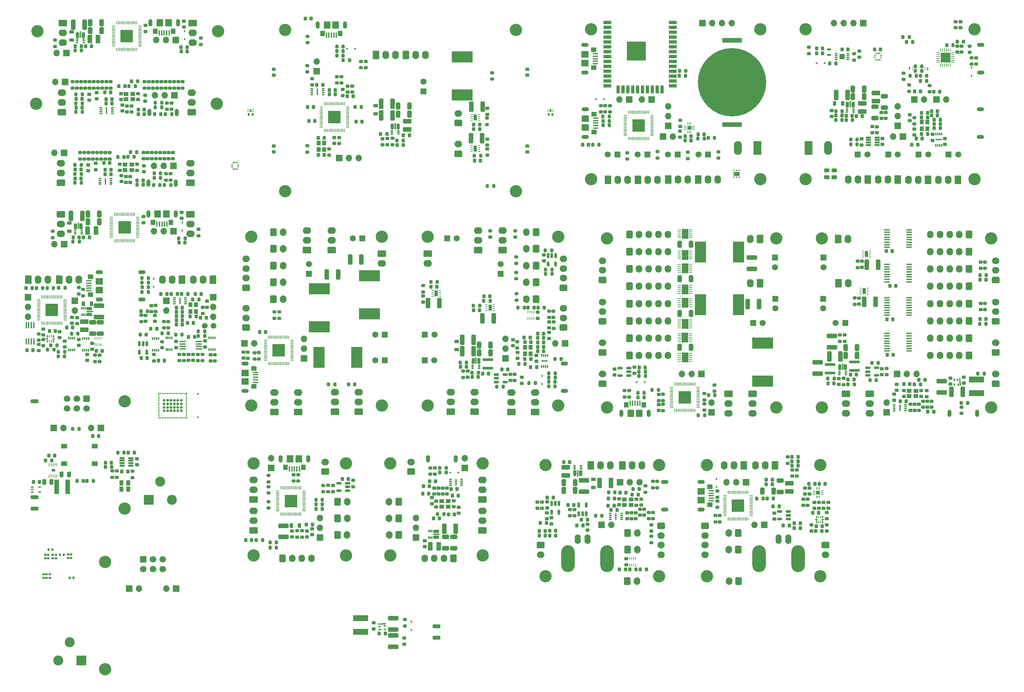
<source format=gts>
G04 #@! TF.GenerationSoftware,KiCad,Pcbnew,(6.0.7)*
G04 #@! TF.CreationDate,2022-10-27T13:12:58+02:00*
G04 #@! TF.ProjectId,stencil,7374656e-6369-46c2-9e6b-696361645f70,rev?*
G04 #@! TF.SameCoordinates,Original*
G04 #@! TF.FileFunction,Soldermask,Top*
G04 #@! TF.FilePolarity,Negative*
%FSLAX46Y46*%
G04 Gerber Fmt 4.6, Leading zero omitted, Abs format (unit mm)*
G04 Created by KiCad (PCBNEW (6.0.7)) date 2022-10-27 13:12:58*
%MOMM*%
%LPD*%
G01*
G04 APERTURE LIST*
G04 Aperture macros list*
%AMRoundRect*
0 Rectangle with rounded corners*
0 $1 Rounding radius*
0 $2 $3 $4 $5 $6 $7 $8 $9 X,Y pos of 4 corners*
0 Add a 4 corners polygon primitive as box body*
4,1,4,$2,$3,$4,$5,$6,$7,$8,$9,$2,$3,0*
0 Add four circle primitives for the rounded corners*
1,1,$1+$1,$2,$3*
1,1,$1+$1,$4,$5*
1,1,$1+$1,$6,$7*
1,1,$1+$1,$8,$9*
0 Add four rect primitives between the rounded corners*
20,1,$1+$1,$2,$3,$4,$5,0*
20,1,$1+$1,$4,$5,$6,$7,0*
20,1,$1+$1,$6,$7,$8,$9,0*
20,1,$1+$1,$8,$9,$2,$3,0*%
%AMFreePoly0*
4,1,32,0.469135,0.146194,0.504490,0.131549,0.531549,0.104490,0.546194,0.069135,0.550000,0.050000,0.550000,-0.050000,0.546194,-0.069135,0.531549,-0.104490,0.504490,-0.131549,0.469135,-0.146194,0.450000,-0.150000,-0.250000,-0.150000,-0.250000,-0.250000,-0.253806,-0.269135,-0.268451,-0.304490,-0.295510,-0.331549,-0.330865,-0.346194,-0.350000,-0.350000,-0.450000,-0.350000,-0.469135,-0.346194,
-0.504490,-0.331549,-0.531549,-0.304490,-0.546194,-0.269135,-0.550000,-0.250000,-0.550000,0.050000,-0.546194,0.069135,-0.531549,0.104490,-0.504490,0.131549,-0.469135,0.146194,-0.450000,0.150000,0.450000,0.150000,0.469135,0.146194,0.469135,0.146194,$1*%
G04 Aperture macros list end*
%ADD10RoundRect,0.140000X-0.140000X-0.170000X0.140000X-0.170000X0.140000X0.170000X-0.140000X0.170000X0*%
%ADD11RoundRect,0.250000X-0.850000X0.375000X-0.850000X-0.375000X0.850000X-0.375000X0.850000X0.375000X0*%
%ADD12RoundRect,0.250000X-0.845000X0.620000X-0.845000X-0.620000X0.845000X-0.620000X0.845000X0.620000X0*%
%ADD13O,2.190000X1.740000*%
%ADD14RoundRect,0.250000X0.845000X-0.620000X0.845000X0.620000X-0.845000X0.620000X-0.845000X-0.620000X0*%
%ADD15RoundRect,0.225000X0.250000X-0.225000X0.250000X0.225000X-0.250000X0.225000X-0.250000X-0.225000X0*%
%ADD16RoundRect,0.200000X0.275000X-0.200000X0.275000X0.200000X-0.275000X0.200000X-0.275000X-0.200000X0*%
%ADD17RoundRect,0.225000X0.225000X0.250000X-0.225000X0.250000X-0.225000X-0.250000X0.225000X-0.250000X0*%
%ADD18RoundRect,0.200000X-0.275000X0.200000X-0.275000X-0.200000X0.275000X-0.200000X0.275000X0.200000X0*%
%ADD19R,1.600000X1.600000*%
%ADD20C,1.600000*%
%ADD21RoundRect,0.250000X-0.600000X-0.725000X0.600000X-0.725000X0.600000X0.725000X-0.600000X0.725000X0*%
%ADD22O,1.700000X1.950000*%
%ADD23RoundRect,0.200000X-0.200000X-0.275000X0.200000X-0.275000X0.200000X0.275000X-0.200000X0.275000X0*%
%ADD24C,3.200000*%
%ADD25R,0.500000X0.250000*%
%ADD26R,0.900000X1.600000*%
%ADD27RoundRect,0.200000X0.200000X0.275000X-0.200000X0.275000X-0.200000X-0.275000X0.200000X-0.275000X0*%
%ADD28RoundRect,0.225000X-0.225000X-0.250000X0.225000X-0.250000X0.225000X0.250000X-0.225000X0.250000X0*%
%ADD29RoundRect,0.250000X0.325000X0.650000X-0.325000X0.650000X-0.325000X-0.650000X0.325000X-0.650000X0*%
%ADD30RoundRect,0.225000X-0.250000X0.225000X-0.250000X-0.225000X0.250000X-0.225000X0.250000X0.225000X0*%
%ADD31R,0.300000X0.750000*%
%ADD32R,1.700000X0.300000*%
%ADD33RoundRect,0.150000X0.512500X0.150000X-0.512500X0.150000X-0.512500X-0.150000X0.512500X-0.150000X0*%
%ADD34RoundRect,0.250000X1.100000X-0.325000X1.100000X0.325000X-1.100000X0.325000X-1.100000X-0.325000X0*%
%ADD35R,0.300000X0.800000*%
%ADD36R,0.450000X0.600000*%
%ADD37R,0.600000X0.450000*%
%ADD38RoundRect,0.218750X0.218750X0.256250X-0.218750X0.256250X-0.218750X-0.256250X0.218750X-0.256250X0*%
%ADD39RoundRect,0.050000X0.387500X0.050000X-0.387500X0.050000X-0.387500X-0.050000X0.387500X-0.050000X0*%
%ADD40RoundRect,0.050000X0.050000X0.387500X-0.050000X0.387500X-0.050000X-0.387500X0.050000X-0.387500X0*%
%ADD41R,3.200000X3.200000*%
%ADD42RoundRect,0.250000X0.620000X0.845000X-0.620000X0.845000X-0.620000X-0.845000X0.620000X-0.845000X0*%
%ADD43O,1.740000X2.190000*%
%ADD44RoundRect,0.250000X0.725000X-0.600000X0.725000X0.600000X-0.725000X0.600000X-0.725000X-0.600000X0*%
%ADD45O,1.950000X1.700000*%
%ADD46R,0.330200X0.304800*%
%ADD47R,0.304800X0.330200*%
%ADD48R,1.700000X1.700000*%
%ADD49O,1.700000X1.700000*%
%ADD50R,4.000000X1.500000*%
%ADD51RoundRect,0.250000X-0.620000X-0.845000X0.620000X-0.845000X0.620000X0.845000X-0.620000X0.845000X0*%
%ADD52RoundRect,0.250000X-0.650000X0.325000X-0.650000X-0.325000X0.650000X-0.325000X0.650000X0.325000X0*%
%ADD53RoundRect,0.250000X-0.600000X-0.750000X0.600000X-0.750000X0.600000X0.750000X-0.600000X0.750000X0*%
%ADD54O,1.700000X2.000000*%
%ADD55RoundRect,0.250000X-0.725000X0.600000X-0.725000X-0.600000X0.725000X-0.600000X0.725000X0.600000X0*%
%ADD56RoundRect,0.100000X-0.300000X-0.050000X0.300000X-0.050000X0.300000X0.050000X-0.300000X0.050000X0*%
%ADD57RoundRect,0.100000X-0.250000X-0.050000X0.250000X-0.050000X0.250000X0.050000X-0.250000X0.050000X0*%
%ADD58FreePoly0,0.000000*%
%ADD59RoundRect,0.200000X-0.525000X0.200000X-0.525000X-0.200000X0.525000X-0.200000X0.525000X0.200000X0*%
%ADD60RoundRect,0.075000X-0.075000X0.225000X-0.075000X-0.225000X0.075000X-0.225000X0.075000X0.225000X0*%
%ADD61RoundRect,0.075000X-0.787500X0.075000X-0.787500X-0.075000X0.787500X-0.075000X0.787500X0.075000X0*%
%ADD62RoundRect,0.218750X-0.256250X0.218750X-0.256250X-0.218750X0.256250X-0.218750X0.256250X0.218750X0*%
%ADD63RoundRect,0.218750X-0.381250X0.218750X-0.381250X-0.218750X0.381250X-0.218750X0.381250X0.218750X0*%
%ADD64RoundRect,0.062500X0.350000X0.062500X-0.350000X0.062500X-0.350000X-0.062500X0.350000X-0.062500X0*%
%ADD65R,1.700000X2.500000*%
%ADD66RoundRect,0.250000X-0.325000X-0.650000X0.325000X-0.650000X0.325000X0.650000X-0.325000X0.650000X0*%
%ADD67RoundRect,0.140000X-0.170000X0.140000X-0.170000X-0.140000X0.170000X-0.140000X0.170000X0.140000X0*%
%ADD68RoundRect,0.250000X0.325000X1.100000X-0.325000X1.100000X-0.325000X-1.100000X0.325000X-1.100000X0*%
%ADD69R,5.080000X1.270000*%
%ADD70C,17.800000*%
%ADD71R,2.700000X0.800000*%
%ADD72RoundRect,0.125000X0.537500X0.125000X-0.537500X0.125000X-0.537500X-0.125000X0.537500X-0.125000X0*%
%ADD73R,0.750000X0.300000*%
%ADD74R,0.300000X1.700000*%
%ADD75RoundRect,0.250000X0.750000X-0.600000X0.750000X0.600000X-0.750000X0.600000X-0.750000X-0.600000X0*%
%ADD76O,2.000000X1.700000*%
%ADD77RoundRect,0.218750X0.381250X-0.218750X0.381250X0.218750X-0.381250X0.218750X-0.381250X-0.218750X0*%
%ADD78R,1.000000X1.150000*%
%ADD79R,0.650000X0.400000*%
%ADD80RoundRect,0.250000X-1.100000X0.325000X-1.100000X-0.325000X1.100000X-0.325000X1.100000X0.325000X0*%
%ADD81RoundRect,0.100000X0.637500X0.100000X-0.637500X0.100000X-0.637500X-0.100000X0.637500X-0.100000X0*%
%ADD82RoundRect,0.062500X0.062500X0.350000X-0.062500X0.350000X-0.062500X-0.350000X0.062500X-0.350000X0*%
%ADD83R,2.600000X2.600000*%
%ADD84R,1.400000X0.400000*%
%ADD85R,1.450000X1.150000*%
%ADD86R,1.900000X1.750000*%
%ADD87O,1.900000X1.050000*%
%ADD88RoundRect,0.250000X-0.750000X-0.250000X0.750000X-0.250000X0.750000X0.250000X-0.750000X0.250000X0*%
%ADD89RoundRect,0.200000X0.200000X0.525000X-0.200000X0.525000X-0.200000X-0.525000X0.200000X-0.525000X0*%
%ADD90RoundRect,0.075000X0.225000X0.075000X-0.225000X0.075000X-0.225000X-0.075000X0.225000X-0.075000X0*%
%ADD91RoundRect,0.075000X0.075000X0.787500X-0.075000X0.787500X-0.075000X-0.787500X0.075000X-0.787500X0*%
%ADD92RoundRect,0.250000X-0.325000X-1.100000X0.325000X-1.100000X0.325000X1.100000X-0.325000X1.100000X0*%
%ADD93RoundRect,0.218750X0.256250X-0.218750X0.256250X0.218750X-0.256250X0.218750X-0.256250X-0.218750X0*%
%ADD94RoundRect,0.250000X-0.375000X-0.850000X0.375000X-0.850000X0.375000X0.850000X-0.375000X0.850000X0*%
%ADD95RoundRect,0.135000X0.135000X0.185000X-0.135000X0.185000X-0.135000X-0.185000X0.135000X-0.185000X0*%
%ADD96RoundRect,0.250000X0.650000X-0.325000X0.650000X0.325000X-0.650000X0.325000X-0.650000X-0.325000X0*%
%ADD97R,1.360000X1.460000*%
%ADD98R,2.900000X5.400000*%
%ADD99RoundRect,0.050000X-0.387500X-0.050000X0.387500X-0.050000X0.387500X0.050000X-0.387500X0.050000X0*%
%ADD100RoundRect,0.050000X-0.050000X-0.387500X0.050000X-0.387500X0.050000X0.387500X-0.050000X0.387500X0*%
%ADD101RoundRect,0.200000X-0.200000X-0.525000X0.200000X-0.525000X0.200000X0.525000X-0.200000X0.525000X0*%
%ADD102RoundRect,0.075000X-0.225000X-0.075000X0.225000X-0.075000X0.225000X0.075000X-0.225000X0.075000X0*%
%ADD103RoundRect,0.075000X-0.075000X-0.787500X0.075000X-0.787500X0.075000X0.787500X-0.075000X0.787500X0*%
%ADD104RoundRect,0.150000X-0.512500X-0.150000X0.512500X-0.150000X0.512500X0.150000X-0.512500X0.150000X0*%
%ADD105R,1.150000X1.000000*%
%ADD106RoundRect,0.150000X-0.150000X0.512500X-0.150000X-0.512500X0.150000X-0.512500X0.150000X0.512500X0*%
%ADD107RoundRect,0.218750X0.218750X0.381250X-0.218750X0.381250X-0.218750X-0.381250X0.218750X-0.381250X0*%
%ADD108RoundRect,0.218750X-0.218750X-0.256250X0.218750X-0.256250X0.218750X0.256250X-0.218750X0.256250X0*%
%ADD109C,2.600000*%
%ADD110RoundRect,0.140000X0.170000X-0.140000X0.170000X0.140000X-0.170000X0.140000X-0.170000X-0.140000X0*%
%ADD111C,1.500000*%
%ADD112RoundRect,0.250000X-0.750000X0.600000X-0.750000X-0.600000X0.750000X-0.600000X0.750000X0.600000X0*%
%ADD113RoundRect,0.250000X0.450000X-0.262500X0.450000X0.262500X-0.450000X0.262500X-0.450000X-0.262500X0*%
%ADD114RoundRect,0.250000X0.850000X-0.375000X0.850000X0.375000X-0.850000X0.375000X-0.850000X-0.375000X0*%
%ADD115R,5.400000X2.900000*%
%ADD116O,0.200000X0.700000*%
%ADD117O,0.700000X0.200000*%
%ADD118R,1.000000X1.000000*%
%ADD119R,0.400000X1.400000*%
%ADD120O,1.050000X1.900000*%
%ADD121R,1.150000X1.450000*%
%ADD122R,1.750000X1.900000*%
%ADD123R,1.200000X3.700000*%
%ADD124RoundRect,0.062500X-0.062500X0.237500X-0.062500X-0.237500X0.062500X-0.237500X0.062500X0.237500X0*%
%ADD125RoundRect,0.087500X-0.212500X0.087500X-0.212500X-0.087500X0.212500X-0.087500X0.212500X0.087500X0*%
%ADD126RoundRect,0.100000X0.100000X-0.712500X0.100000X0.712500X-0.100000X0.712500X-0.100000X-0.712500X0*%
%ADD127RoundRect,0.055000X-0.145000X-0.055000X0.145000X-0.055000X0.145000X0.055000X-0.145000X0.055000X0*%
%ADD128RoundRect,0.137500X-0.137500X-0.237500X0.137500X-0.237500X0.137500X0.237500X-0.137500X0.237500X0*%
%ADD129RoundRect,0.100000X-0.712500X-0.100000X0.712500X-0.100000X0.712500X0.100000X-0.712500X0.100000X0*%
%ADD130O,1.600000X2.500000*%
%ADD131O,3.500000X7.000000*%
%ADD132RoundRect,0.075000X0.075000X-0.225000X0.075000X0.225000X-0.075000X0.225000X-0.075000X-0.225000X0*%
%ADD133RoundRect,0.062500X0.062500X-0.237500X0.062500X0.237500X-0.062500X0.237500X-0.062500X-0.237500X0*%
%ADD134RoundRect,0.087500X0.212500X-0.087500X0.212500X0.087500X-0.212500X0.087500X-0.212500X-0.087500X0*%
%ADD135RoundRect,0.100000X-0.050000X0.300000X-0.050000X-0.300000X0.050000X-0.300000X0.050000X0.300000X0*%
%ADD136RoundRect,0.100000X-0.050000X0.250000X-0.050000X-0.250000X0.050000X-0.250000X0.050000X0.250000X0*%
%ADD137FreePoly0,270.000000*%
%ADD138R,2.000000X0.900000*%
%ADD139R,0.900000X2.000000*%
%ADD140R,5.000000X5.000000*%
%ADD141RoundRect,0.062500X0.062500X-0.337500X0.062500X0.337500X-0.062500X0.337500X-0.062500X-0.337500X0*%
%ADD142RoundRect,0.062500X0.062500X-0.287500X0.062500X0.287500X-0.062500X0.287500X-0.062500X-0.287500X0*%
%ADD143RoundRect,0.050000X0.050000X-0.387500X0.050000X0.387500X-0.050000X0.387500X-0.050000X-0.387500X0*%
%ADD144RoundRect,0.050000X0.387500X-0.050000X0.387500X0.050000X-0.387500X0.050000X-0.387500X-0.050000X0*%
%ADD145RoundRect,0.250000X0.600000X0.750000X-0.600000X0.750000X-0.600000X-0.750000X0.600000X-0.750000X0*%
%ADD146RoundRect,0.249999X0.790001X1.550001X-0.790001X1.550001X-0.790001X-1.550001X0.790001X-1.550001X0*%
%ADD147O,2.080000X3.600000*%
%ADD148RoundRect,0.250000X-0.262500X-0.450000X0.262500X-0.450000X0.262500X0.450000X-0.262500X0.450000X0*%
%ADD149RoundRect,0.250000X0.250000X0.475000X-0.250000X0.475000X-0.250000X-0.475000X0.250000X-0.475000X0*%
%ADD150RoundRect,0.087500X-0.087500X0.087500X-0.087500X-0.087500X0.087500X-0.087500X0.087500X0.087500X0*%
%ADD151RoundRect,0.075000X-0.075000X0.100000X-0.075000X-0.100000X0.075000X-0.100000X0.075000X0.100000X0*%
%ADD152RoundRect,0.075000X-0.100000X-0.075000X0.100000X-0.075000X0.100000X0.075000X-0.100000X0.075000X0*%
%ADD153RoundRect,0.075000X0.075000X-0.100000X0.075000X0.100000X-0.075000X0.100000X-0.075000X-0.100000X0*%
%ADD154RoundRect,0.075000X0.100000X0.075000X-0.100000X0.075000X-0.100000X-0.075000X0.100000X-0.075000X0*%
%ADD155RoundRect,0.150000X0.150000X0.150000X-0.150000X0.150000X-0.150000X-0.150000X0.150000X-0.150000X0*%
%ADD156RoundRect,0.107500X0.107500X0.107500X-0.107500X0.107500X-0.107500X-0.107500X0.107500X-0.107500X0*%
%ADD157RoundRect,0.050000X-0.050000X0.387500X-0.050000X-0.387500X0.050000X-0.387500X0.050000X0.387500X0*%
%ADD158RoundRect,0.050000X-0.387500X0.050000X-0.387500X-0.050000X0.387500X-0.050000X0.387500X0.050000X0*%
%ADD159R,1.550000X1.300000*%
%ADD160RoundRect,0.140000X0.140000X0.170000X-0.140000X0.170000X-0.140000X-0.170000X0.140000X-0.170000X0*%
%ADD161RoundRect,0.062500X-0.062500X0.337500X-0.062500X-0.337500X0.062500X-0.337500X0.062500X0.337500X0*%
%ADD162RoundRect,0.062500X-0.062500X0.287500X-0.062500X-0.287500X0.062500X-0.287500X0.062500X0.287500X0*%
%ADD163RoundRect,0.062500X-0.062500X0.350000X-0.062500X-0.350000X0.062500X-0.350000X0.062500X0.350000X0*%
%ADD164RoundRect,0.155000X-0.335000X0.155000X-0.335000X-0.155000X0.335000X-0.155000X0.335000X0.155000X0*%
%ADD165R,0.400000X0.250000*%
%ADD166R,0.400000X0.700000*%
%ADD167RoundRect,0.147500X-0.147500X-0.172500X0.147500X-0.172500X0.147500X0.172500X-0.147500X0.172500X0*%
%ADD168RoundRect,0.150000X0.150000X-0.512500X0.150000X0.512500X-0.150000X0.512500X-0.150000X-0.512500X0*%
%ADD169RoundRect,0.093750X-0.106250X0.093750X-0.106250X-0.093750X0.106250X-0.093750X0.106250X0.093750X0*%
%ADD170R,1.600000X1.000000*%
%ADD171R,1.100000X0.600000*%
%ADD172RoundRect,0.250000X-0.600000X0.600000X-0.600000X-0.600000X0.600000X-0.600000X0.600000X0.600000X0*%
%ADD173C,1.700000*%
%ADD174RoundRect,0.250000X0.600000X0.725000X-0.600000X0.725000X-0.600000X-0.725000X0.600000X-0.725000X0*%
%ADD175RoundRect,0.249999X-0.790001X-1.550001X0.790001X-1.550001X0.790001X1.550001X-0.790001X1.550001X0*%
G04 APERTURE END LIST*
D10*
X130189778Y-80148468D03*
X131149778Y-80148468D03*
D11*
X87383810Y-134085000D03*
X87383810Y-136235000D03*
D12*
X255001310Y-152870000D03*
D13*
X255001310Y-155410000D03*
X255001310Y-157950000D03*
D14*
X143016310Y-157602500D03*
D13*
X143016310Y-155062500D03*
X143016310Y-152522500D03*
D15*
X304501310Y-157185000D03*
X304501310Y-155635000D03*
D16*
X319401310Y-67045000D03*
X319401310Y-65395000D03*
D17*
X309351310Y-79320000D03*
X307801310Y-79320000D03*
D18*
X87701310Y-71635000D03*
X87701310Y-73285000D03*
D19*
X226052380Y-90620000D03*
D20*
X223552380Y-90620000D03*
D21*
X229221310Y-142910000D03*
D22*
X231721310Y-142910000D03*
X234221310Y-142910000D03*
X236721310Y-142910000D03*
X239221310Y-142910000D03*
D18*
X94651310Y-172985000D03*
X94651310Y-174635000D03*
X95851310Y-172985000D03*
X95851310Y-174635000D03*
D14*
X81571310Y-79550000D03*
D13*
X81571310Y-77010000D03*
X81571310Y-74470000D03*
D23*
X85251310Y-77260000D03*
X86901310Y-77260000D03*
D24*
X263270000Y-97020000D03*
D25*
X289301310Y-125410000D03*
X289301310Y-125910000D03*
X289301310Y-126410000D03*
X289301310Y-126910000D03*
X291201310Y-126910000D03*
X291201310Y-126410000D03*
X291201310Y-125910000D03*
X291201310Y-125410000D03*
D26*
X290251310Y-126160000D03*
D15*
X276070000Y-179007500D03*
X276070000Y-177457500D03*
D27*
X243895000Y-68820000D03*
X242245000Y-68820000D03*
D28*
X188301310Y-148512500D03*
X189851310Y-148512500D03*
D29*
X245246310Y-140810000D03*
X242296310Y-140810000D03*
D18*
X108277560Y-90045000D03*
X108277560Y-91695000D03*
X170801310Y-211665000D03*
X170801310Y-213315000D03*
D23*
X188251310Y-147362500D03*
X189901310Y-147362500D03*
D28*
X281326310Y-66870000D03*
X282876310Y-66870000D03*
D18*
X85983810Y-125235000D03*
X85983810Y-126885000D03*
D16*
X248671310Y-157135000D03*
X248671310Y-155485000D03*
D25*
X190087278Y-89798468D03*
X190087278Y-89298468D03*
X190087278Y-88798468D03*
X190087278Y-88298468D03*
X188187278Y-88298468D03*
X188187278Y-88798468D03*
X188187278Y-89298468D03*
X188187278Y-89798468D03*
D26*
X189137278Y-89048468D03*
D30*
X308076310Y-85345000D03*
X308076310Y-86895000D03*
D23*
X209801310Y-143862500D03*
X211451310Y-143862500D03*
D31*
X206401310Y-145812500D03*
X206901310Y-145812500D03*
X207401310Y-145812500D03*
X207901310Y-145812500D03*
X207901310Y-142912500D03*
X207401310Y-142912500D03*
X206901310Y-142912500D03*
X206401310Y-142912500D03*
D32*
X207151310Y-144362500D03*
D33*
X155872560Y-178095000D03*
X155872560Y-177145000D03*
X155872560Y-176195000D03*
X153597560Y-176195000D03*
X153597560Y-178095000D03*
D34*
X91183810Y-132935000D03*
X91183810Y-129985000D03*
D35*
X83380238Y-141485000D03*
X83880238Y-141485000D03*
X84380238Y-141485000D03*
X84880238Y-141485000D03*
X84880238Y-138385000D03*
X84380238Y-138385000D03*
X83880238Y-138385000D03*
X83380238Y-138385000D03*
D36*
X112927560Y-108260000D03*
X112927560Y-110360000D03*
D23*
X185201310Y-144762500D03*
X186851310Y-144762500D03*
D17*
X86552560Y-94470000D03*
X85002560Y-94470000D03*
D37*
X233221310Y-149860000D03*
X231121310Y-149860000D03*
D18*
X235361310Y-183795000D03*
X235361310Y-185445000D03*
D17*
X197551310Y-146562500D03*
X196001310Y-146562500D03*
D23*
X194701310Y-151062500D03*
X196351310Y-151062500D03*
D27*
X110176310Y-80110000D03*
X108526310Y-80110000D03*
D38*
X210023810Y-189820000D03*
X208448810Y-189820000D03*
D15*
X229736310Y-185420000D03*
X229736310Y-183870000D03*
D19*
X233852380Y-90620000D03*
D20*
X231352380Y-90620000D03*
D24*
X97951310Y-154810000D03*
D39*
X247058810Y-156410000D03*
X247058810Y-156010000D03*
X247058810Y-155610000D03*
X247058810Y-155210000D03*
X247058810Y-154810000D03*
X247058810Y-154410000D03*
X247058810Y-154010000D03*
X247058810Y-153610000D03*
X247058810Y-153210000D03*
X247058810Y-152810000D03*
X247058810Y-152410000D03*
X247058810Y-152010000D03*
X247058810Y-151610000D03*
X247058810Y-151210000D03*
D40*
X246221310Y-150372500D03*
X245821310Y-150372500D03*
X245421310Y-150372500D03*
X245021310Y-150372500D03*
X244621310Y-150372500D03*
X244221310Y-150372500D03*
X243821310Y-150372500D03*
X243421310Y-150372500D03*
X243021310Y-150372500D03*
X242621310Y-150372500D03*
X242221310Y-150372500D03*
X241821310Y-150372500D03*
X241421310Y-150372500D03*
X241021310Y-150372500D03*
D39*
X240183810Y-151210000D03*
X240183810Y-151610000D03*
X240183810Y-152010000D03*
X240183810Y-152410000D03*
X240183810Y-152810000D03*
X240183810Y-153210000D03*
X240183810Y-153610000D03*
X240183810Y-154010000D03*
X240183810Y-154410000D03*
X240183810Y-154810000D03*
X240183810Y-155210000D03*
X240183810Y-155610000D03*
X240183810Y-156010000D03*
X240183810Y-156410000D03*
D40*
X241021310Y-157247500D03*
X241421310Y-157247500D03*
X241821310Y-157247500D03*
X242221310Y-157247500D03*
X242621310Y-157247500D03*
X243021310Y-157247500D03*
X243421310Y-157247500D03*
X243821310Y-157247500D03*
X244221310Y-157247500D03*
X244621310Y-157247500D03*
X245021310Y-157247500D03*
X245421310Y-157247500D03*
X245821310Y-157247500D03*
X246221310Y-157247500D03*
D41*
X243621310Y-153810000D03*
D42*
X112828933Y-123180000D03*
D43*
X110288933Y-123180000D03*
X107748933Y-123180000D03*
D18*
X112951310Y-71635000D03*
X112951310Y-73285000D03*
D17*
X119178933Y-133060000D03*
X117628933Y-133060000D03*
D23*
X208251310Y-148662500D03*
X209901310Y-148662500D03*
D16*
X145369778Y-89973468D03*
X145369778Y-88323468D03*
D44*
X222221310Y-134010000D03*
D45*
X222221310Y-131510000D03*
X222221310Y-129010000D03*
D46*
X125815509Y-93319037D03*
X125815509Y-93819163D03*
D47*
X126150284Y-94404001D03*
X126650410Y-94404001D03*
X127150536Y-94404001D03*
D46*
X127485311Y-93819163D03*
X127485311Y-93319037D03*
D47*
X127150536Y-92734199D03*
X126650410Y-92734199D03*
X126150284Y-92734199D03*
D23*
X208201310Y-150912500D03*
X209851310Y-150912500D03*
D17*
X206876310Y-141812500D03*
X205326310Y-141812500D03*
D35*
X110207505Y-138313572D03*
X109707505Y-138313572D03*
X109207505Y-138313572D03*
X108707505Y-138313572D03*
X108707505Y-141413572D03*
X109207505Y-141413572D03*
X109707505Y-141413572D03*
X110207505Y-141413572D03*
D16*
X145369778Y-69073468D03*
X145369778Y-67423468D03*
D21*
X229221310Y-111410000D03*
D22*
X231721310Y-111410000D03*
X234221310Y-111410000D03*
X236721310Y-111410000D03*
X239221310Y-111410000D03*
D48*
X153744778Y-91548468D03*
D49*
X156284778Y-91548468D03*
X158824778Y-91548468D03*
D18*
X320601310Y-129335000D03*
X320601310Y-130985000D03*
X160669778Y-66323468D03*
X160669778Y-67973468D03*
D48*
X72758810Y-127735000D03*
D49*
X72758810Y-130275000D03*
X72758810Y-132815000D03*
D50*
X159301310Y-214890000D03*
X159301310Y-211290000D03*
D51*
X247070000Y-97120000D03*
D43*
X249610000Y-97120000D03*
X252150000Y-97120000D03*
D52*
X89583810Y-134285000D03*
X89583810Y-137235000D03*
D16*
X109827560Y-97245000D03*
X109827560Y-95595000D03*
D18*
X208276310Y-131387500D03*
X208276310Y-133037500D03*
D28*
X111353933Y-130460000D03*
X112903933Y-130460000D03*
D44*
X222221310Y-123260000D03*
D45*
X222221310Y-120760000D03*
X222221310Y-118260000D03*
D17*
X190444778Y-92148468D03*
X188894778Y-92148468D03*
D53*
X136616310Y-110812500D03*
D54*
X139116310Y-110812500D03*
D55*
X248870000Y-187270000D03*
D45*
X248870000Y-189770000D03*
X248870000Y-192270000D03*
X248870000Y-194770000D03*
D27*
X207051310Y-130462500D03*
X205401310Y-130462500D03*
D56*
X164280310Y-212827000D03*
D57*
X164230310Y-213477000D03*
D56*
X164280310Y-214277000D03*
D57*
X165530310Y-214277000D03*
X165530310Y-213252000D03*
D58*
X165330310Y-212752000D03*
D28*
X112606310Y-63760000D03*
X114156310Y-63760000D03*
D27*
X190251310Y-129962500D03*
X188601310Y-129962500D03*
D23*
X85251310Y-74910000D03*
X86901310Y-74910000D03*
D17*
X306751310Y-85220000D03*
X305201310Y-85220000D03*
D59*
X178898810Y-188700000D03*
D60*
X177848810Y-188600000D03*
X177398810Y-188600000D03*
X176948810Y-188600000D03*
X176948810Y-190300000D03*
X177398810Y-190300000D03*
X177848810Y-190300000D03*
D59*
X178898810Y-190200000D03*
D61*
X179036310Y-189450000D03*
D28*
X182136310Y-184300000D03*
X183686310Y-184300000D03*
D18*
X107451310Y-71635000D03*
X107451310Y-73285000D03*
D62*
X295901310Y-79632500D03*
X295901310Y-81207500D03*
D63*
X83527560Y-108447500D03*
X83527560Y-110572500D03*
D30*
X205261310Y-181107500D03*
X205261310Y-182657500D03*
D17*
X273045000Y-170470000D03*
X271495000Y-170470000D03*
D30*
X206926310Y-116750000D03*
X206926310Y-118300000D03*
D18*
X86601310Y-71635000D03*
X86601310Y-73285000D03*
X192269778Y-89123468D03*
X192269778Y-90773468D03*
D27*
X82408810Y-125260000D03*
X80758810Y-125260000D03*
D28*
X151144778Y-74948468D03*
X152694778Y-74948468D03*
D62*
X251321310Y-150622500D03*
X251321310Y-152197500D03*
D18*
X102777560Y-90045000D03*
X102777560Y-91695000D03*
D25*
X178026310Y-125962500D03*
X178026310Y-126462500D03*
X178026310Y-126962500D03*
X178026310Y-127462500D03*
X179926310Y-127462500D03*
X179926310Y-126962500D03*
X179926310Y-126462500D03*
X179926310Y-125962500D03*
D26*
X178976310Y-126712500D03*
D23*
X102428933Y-123960000D03*
X104078933Y-123960000D03*
D15*
X306701310Y-156385000D03*
X306701310Y-154835000D03*
D64*
X245133810Y-130210000D03*
X245133810Y-129710000D03*
X245133810Y-129210000D03*
X245133810Y-128710000D03*
X245133810Y-128210000D03*
X242208810Y-128210000D03*
X242208810Y-128710000D03*
X242208810Y-129210000D03*
X242208810Y-129710000D03*
X242208810Y-130210000D03*
D65*
X243671310Y-129210000D03*
D44*
X129466310Y-135662500D03*
D45*
X129466310Y-133162500D03*
X129466310Y-130662500D03*
D17*
X309351310Y-80420000D03*
X307801310Y-80420000D03*
D15*
X226536310Y-181795000D03*
X226536310Y-180245000D03*
D30*
X152469778Y-86173468D03*
X152469778Y-87723468D03*
D27*
X193894778Y-98748468D03*
X192244778Y-98748468D03*
D29*
X245246310Y-131960000D03*
X242296310Y-131960000D03*
D27*
X243795000Y-70120000D03*
X242145000Y-70120000D03*
X109902560Y-98520000D03*
X108252560Y-98520000D03*
D66*
X190101310Y-142212500D03*
X193051310Y-142212500D03*
D18*
X227971310Y-152085000D03*
X227971310Y-153735000D03*
D30*
X85930238Y-138760000D03*
X85930238Y-140310000D03*
D18*
X193469778Y-69323468D03*
X193469778Y-70973468D03*
D67*
X78011310Y-194762038D03*
X78011310Y-195722038D03*
D42*
X267110000Y-171500000D03*
D43*
X264570000Y-171500000D03*
X262030000Y-171500000D03*
D68*
X284126310Y-143160000D03*
X281176310Y-143160000D03*
D17*
X79726310Y-169010000D03*
X78176310Y-169010000D03*
D23*
X177551310Y-123762500D03*
X179201310Y-123762500D03*
D15*
X305601310Y-156385000D03*
X305601310Y-154835000D03*
D23*
X207301310Y-115525000D03*
X208951310Y-115525000D03*
D68*
X188651310Y-138862500D03*
X185701310Y-138862500D03*
D23*
X112002560Y-112460000D03*
X113652560Y-112460000D03*
D27*
X86901310Y-79510000D03*
X85251310Y-79510000D03*
D28*
X278595000Y-176332500D03*
X280145000Y-176332500D03*
D16*
X296101310Y-147935000D03*
X296101310Y-146285000D03*
D69*
X255870000Y-82805000D03*
X255870000Y-60835000D03*
D70*
X255870000Y-71820000D03*
D15*
X101151310Y-171385000D03*
X101151310Y-169835000D03*
D28*
X116253933Y-126860000D03*
X117803933Y-126860000D03*
D71*
X281401310Y-147510000D03*
X281401310Y-145310000D03*
D72*
X293638810Y-88095000D03*
X293638810Y-87445000D03*
X293638810Y-86795000D03*
X293638810Y-86145000D03*
X291363810Y-86145000D03*
X291363810Y-86795000D03*
X291363810Y-87445000D03*
X291363810Y-88095000D03*
D15*
X298701310Y-151985000D03*
X298701310Y-150435000D03*
D24*
X267421310Y-112410000D03*
D27*
X316126310Y-61220000D03*
X314476310Y-61220000D03*
D17*
X94276310Y-74410000D03*
X92726310Y-74410000D03*
D15*
X97077560Y-97645000D03*
X97077560Y-96095000D03*
D73*
X146619778Y-73498468D03*
X146619778Y-73998468D03*
X146619778Y-74498468D03*
X146619778Y-74998468D03*
X149519778Y-74998468D03*
X149519778Y-74498468D03*
X149519778Y-73998468D03*
X149519778Y-73498468D03*
D74*
X148069778Y-74248468D03*
D16*
X193026310Y-112087500D03*
X193026310Y-110437500D03*
D30*
X180611310Y-177425000D03*
X180611310Y-178975000D03*
D64*
X245133810Y-121210000D03*
X245133810Y-120710000D03*
X245133810Y-120210000D03*
X245133810Y-119710000D03*
X245133810Y-119210000D03*
X242208810Y-119210000D03*
X242208810Y-119710000D03*
X242208810Y-120210000D03*
X242208810Y-120710000D03*
X242208810Y-121210000D03*
D65*
X243671310Y-120210000D03*
D11*
X270812500Y-176145000D03*
X270812500Y-178295000D03*
D75*
X184669778Y-90398468D03*
D76*
X184669778Y-87898468D03*
D27*
X287726310Y-150410000D03*
X286076310Y-150410000D03*
D42*
X263191310Y-112590000D03*
D43*
X260651310Y-112590000D03*
D15*
X105803933Y-134035000D03*
X105803933Y-132485000D03*
D36*
X105403933Y-122910000D03*
X105403933Y-125010000D03*
D28*
X111353933Y-133760000D03*
X112903933Y-133760000D03*
D23*
X77858810Y-141360000D03*
X79508810Y-141360000D03*
D16*
X224140000Y-79500000D03*
X224140000Y-77850000D03*
D77*
X219811310Y-177282500D03*
X219811310Y-175157500D03*
D21*
X229221310Y-129410000D03*
D22*
X231721310Y-129410000D03*
X234221310Y-129410000D03*
X236721310Y-129410000D03*
X239221310Y-129410000D03*
D62*
X113281310Y-55822500D03*
X113281310Y-57397500D03*
D17*
X305351310Y-86420000D03*
X303801310Y-86420000D03*
X86606310Y-62360000D03*
X85056310Y-62360000D03*
D38*
X146457278Y-55148468D03*
X144882278Y-55148468D03*
D78*
X115028933Y-129710000D03*
X115028933Y-131460000D03*
X116428933Y-131460000D03*
X116428933Y-129710000D03*
D30*
X184811310Y-182425000D03*
X184811310Y-183975000D03*
D16*
X288987024Y-65295000D03*
X288987024Y-63645000D03*
D17*
X116078933Y-138035000D03*
X114528933Y-138035000D03*
D15*
X98227560Y-97895000D03*
X98227560Y-96345000D03*
D27*
X170369778Y-86898468D03*
X168719778Y-86898468D03*
D38*
X106291433Y-135960000D03*
X104716433Y-135960000D03*
D28*
X99726310Y-71560000D03*
X101276310Y-71560000D03*
D79*
X73901310Y-177160000D03*
X73901310Y-177810000D03*
X73901310Y-178460000D03*
X75801310Y-178460000D03*
X75801310Y-177160000D03*
D62*
X274470000Y-180332500D03*
X274470000Y-181907500D03*
D27*
X118728933Y-136660000D03*
X117078933Y-136660000D03*
D80*
X167801310Y-215790000D03*
X167801310Y-218740000D03*
D30*
X88183810Y-142635000D03*
X88183810Y-144185000D03*
D14*
X131471310Y-188440000D03*
D13*
X131471310Y-185900000D03*
X131471310Y-183360000D03*
D18*
X252070000Y-180795000D03*
X252070000Y-182445000D03*
D48*
X82177560Y-113985000D03*
D49*
X79637560Y-113985000D03*
D30*
X82330238Y-139160000D03*
X82330238Y-140710000D03*
D81*
X301913810Y-132435000D03*
X301913810Y-131785000D03*
X301913810Y-131135000D03*
X301913810Y-130485000D03*
X301913810Y-129835000D03*
X301913810Y-129185000D03*
X301913810Y-128535000D03*
X301913810Y-127885000D03*
X296188810Y-127885000D03*
X296188810Y-128535000D03*
X296188810Y-129185000D03*
X296188810Y-129835000D03*
X296188810Y-130485000D03*
X296188810Y-131135000D03*
X296188810Y-131785000D03*
X296188810Y-132435000D03*
D62*
X112727560Y-105622500D03*
X112727560Y-107197500D03*
D64*
X313338810Y-66570000D03*
X313338810Y-66070000D03*
X313338810Y-65570000D03*
X313338810Y-65070000D03*
X313338810Y-64570000D03*
X313338810Y-64070000D03*
D82*
X312651310Y-63382500D03*
X312151310Y-63382500D03*
X311651310Y-63382500D03*
X311151310Y-63382500D03*
X310651310Y-63382500D03*
X310151310Y-63382500D03*
D64*
X309463810Y-64070000D03*
X309463810Y-64570000D03*
X309463810Y-65070000D03*
X309463810Y-65570000D03*
X309463810Y-66070000D03*
X309463810Y-66570000D03*
D82*
X310151310Y-67257500D03*
X310651310Y-67257500D03*
X311151310Y-67257500D03*
X311651310Y-67257500D03*
X312151310Y-67257500D03*
X312651310Y-67257500D03*
D83*
X311401310Y-65320000D03*
D17*
X88727560Y-112160000D03*
X87177560Y-112160000D03*
D23*
X84977560Y-93320000D03*
X86627560Y-93320000D03*
D18*
X91827560Y-90095000D03*
X91827560Y-91745000D03*
X275887024Y-62670000D03*
X275887024Y-64320000D03*
D42*
X263141310Y-124140000D03*
D43*
X260601310Y-124140000D03*
D28*
X148294778Y-86248468D03*
X149844778Y-86248468D03*
D24*
X249370000Y-171420000D03*
D18*
X229121310Y-152085000D03*
X229121310Y-153735000D03*
D30*
X89433810Y-139785000D03*
X89433810Y-141335000D03*
D24*
X249370000Y-200420000D03*
D15*
X178911310Y-182375000D03*
X178911310Y-180825000D03*
D35*
X88480238Y-138485000D03*
X87980238Y-138485000D03*
X87480238Y-138485000D03*
X86980238Y-138485000D03*
X86980238Y-141585000D03*
X87480238Y-141585000D03*
X87980238Y-141585000D03*
X88480238Y-141585000D03*
D84*
X131916310Y-147287500D03*
X131916310Y-147937500D03*
X131916310Y-148587500D03*
X131916310Y-149237500D03*
X131916310Y-149887500D03*
D85*
X131496310Y-150907500D03*
D86*
X129266310Y-149712500D03*
D85*
X131496310Y-146267500D03*
D86*
X129266310Y-147462500D03*
D87*
X129266310Y-145012500D03*
X129266310Y-152162500D03*
D88*
X74451310Y-154810000D03*
D18*
X141851310Y-173975000D03*
X141851310Y-175625000D03*
X109377560Y-90045000D03*
X109377560Y-91695000D03*
X87083810Y-125735000D03*
X87083810Y-127385000D03*
D88*
X74451310Y-182810000D03*
D27*
X157791310Y-150412500D03*
X156141310Y-150412500D03*
D15*
X233061310Y-184495000D03*
X233061310Y-182945000D03*
D16*
X270370000Y-170995000D03*
X270370000Y-169345000D03*
D23*
X222345000Y-81820000D03*
X223995000Y-81820000D03*
D68*
X262946310Y-129510000D03*
X259996310Y-129510000D03*
D28*
X282926310Y-80420000D03*
X284476310Y-80420000D03*
D17*
X171969778Y-85598468D03*
X170419778Y-85598468D03*
D24*
X155451310Y-195000000D03*
D15*
X283651310Y-150435000D03*
X283651310Y-148885000D03*
D18*
X75530238Y-137310000D03*
X75530238Y-138960000D03*
D27*
X107326310Y-80110000D03*
X105676310Y-80110000D03*
D36*
X318201310Y-70070000D03*
X318201310Y-67970000D03*
D28*
X229336310Y-198620000D03*
X230886310Y-198620000D03*
D18*
X110477560Y-90045000D03*
X110477560Y-91695000D03*
D27*
X282476310Y-148910000D03*
X280826310Y-148910000D03*
D18*
X251570000Y-184595000D03*
X251570000Y-186245000D03*
D24*
X223421310Y-156410000D03*
D17*
X147044778Y-78248468D03*
X145494778Y-78248468D03*
D15*
X96951310Y-76285000D03*
X96951310Y-74735000D03*
D89*
X216511310Y-173520000D03*
D90*
X216611310Y-172470000D03*
X216611310Y-172020000D03*
X216611310Y-171570000D03*
X214911310Y-171570000D03*
X214911310Y-172020000D03*
X214911310Y-172470000D03*
D89*
X215011310Y-173520000D03*
D91*
X215761310Y-173657500D03*
D92*
X312976310Y-152360000D03*
X315926310Y-152360000D03*
D18*
X185976310Y-146987500D03*
X185976310Y-148637500D03*
D93*
X280970000Y-182707500D03*
X280970000Y-181132500D03*
D38*
X266645000Y-180120000D03*
X265070000Y-180120000D03*
D28*
X230186310Y-177720000D03*
X231736310Y-177720000D03*
D16*
X90233810Y-144485000D03*
X90233810Y-142835000D03*
D94*
X177436310Y-192600000D03*
X179586310Y-192600000D03*
D15*
X145351310Y-190175000D03*
X145351310Y-188625000D03*
D66*
X169019778Y-80098468D03*
X171969778Y-80098468D03*
D16*
X170601310Y-218115000D03*
X170601310Y-216465000D03*
D15*
X114528933Y-144210000D03*
X114528933Y-142660000D03*
D17*
X75726310Y-175810000D03*
X74176310Y-175810000D03*
D73*
X91477560Y-96820000D03*
X91477560Y-97320000D03*
X91477560Y-97820000D03*
X91477560Y-98320000D03*
X94377560Y-98320000D03*
X94377560Y-97820000D03*
X94377560Y-97320000D03*
X94377560Y-96820000D03*
D74*
X92927560Y-97570000D03*
D17*
X115803933Y-134460000D03*
X114253933Y-134460000D03*
D62*
X214911310Y-183032500D03*
X214911310Y-184607500D03*
D18*
X288601310Y-118385000D03*
X288601310Y-120035000D03*
D95*
X84621310Y-200842038D03*
X83601310Y-200842038D03*
D62*
X294801310Y-79632500D03*
X294801310Y-81207500D03*
D28*
X151144778Y-73798468D03*
X152694778Y-73798468D03*
D16*
X303276310Y-82645000D03*
X303276310Y-80995000D03*
D53*
X136616310Y-123862500D03*
D54*
X139116310Y-123862500D03*
D96*
X295501310Y-78395000D03*
X295501310Y-75445000D03*
D16*
X129916310Y-143687500D03*
X129916310Y-142037500D03*
X252320000Y-91545000D03*
X252320000Y-89895000D03*
D24*
X278870000Y-200420000D03*
D34*
X261021310Y-120385000D03*
X261021310Y-117435000D03*
D18*
X143051310Y-173975000D03*
X143051310Y-175625000D03*
D62*
X208351310Y-136925000D03*
X208351310Y-138500000D03*
D23*
X247096310Y-158510000D03*
X248746310Y-158510000D03*
D73*
X283001310Y-64320000D03*
X283001310Y-64820000D03*
X283001310Y-65320000D03*
X283001310Y-65820000D03*
X286001310Y-65820000D03*
X286001310Y-65320000D03*
X286001310Y-64820000D03*
X286001310Y-64320000D03*
D97*
X284501310Y-65070000D03*
D24*
X164816310Y-111962500D03*
D17*
X225211310Y-182020000D03*
X223661310Y-182020000D03*
X94626310Y-76160000D03*
X93076310Y-76160000D03*
D98*
X247721310Y-129710000D03*
X257621310Y-129710000D03*
D28*
X201826310Y-138262500D03*
X203376310Y-138262500D03*
D17*
X94352560Y-95720000D03*
X92802560Y-95720000D03*
D94*
X88831310Y-60560000D03*
X90981310Y-60560000D03*
D77*
X163194778Y-79960968D03*
X163194778Y-77835968D03*
D17*
X116503933Y-132760000D03*
X114953933Y-132760000D03*
D68*
X191012278Y-78148468D03*
X188062278Y-78148468D03*
D18*
X108153933Y-134085000D03*
X108153933Y-135735000D03*
D42*
X120828933Y-123180000D03*
D43*
X118288933Y-123180000D03*
X115748933Y-123180000D03*
D73*
X298101310Y-155760000D03*
X298101310Y-156260000D03*
X298101310Y-156760000D03*
X298101310Y-157260000D03*
X301001310Y-157260000D03*
X301001310Y-156760000D03*
X301001310Y-156260000D03*
X301001310Y-155760000D03*
D74*
X299551310Y-156510000D03*
D16*
X132766310Y-143812500D03*
X132766310Y-142162500D03*
D27*
X181536310Y-173400000D03*
X179886310Y-173400000D03*
D18*
X94027560Y-90095000D03*
X94027560Y-91745000D03*
D99*
X94440060Y-106960000D03*
X94440060Y-107360000D03*
X94440060Y-107760000D03*
X94440060Y-108160000D03*
X94440060Y-108560000D03*
X94440060Y-108960000D03*
X94440060Y-109360000D03*
X94440060Y-109760000D03*
X94440060Y-110160000D03*
X94440060Y-110560000D03*
X94440060Y-110960000D03*
X94440060Y-111360000D03*
X94440060Y-111760000D03*
X94440060Y-112160000D03*
D100*
X95277560Y-112997500D03*
X95677560Y-112997500D03*
X96077560Y-112997500D03*
X96477560Y-112997500D03*
X96877560Y-112997500D03*
X97277560Y-112997500D03*
X97677560Y-112997500D03*
X98077560Y-112997500D03*
X98477560Y-112997500D03*
X98877560Y-112997500D03*
X99277560Y-112997500D03*
X99677560Y-112997500D03*
X100077560Y-112997500D03*
X100477560Y-112997500D03*
D99*
X101315060Y-112160000D03*
X101315060Y-111760000D03*
X101315060Y-111360000D03*
X101315060Y-110960000D03*
X101315060Y-110560000D03*
X101315060Y-110160000D03*
X101315060Y-109760000D03*
X101315060Y-109360000D03*
X101315060Y-108960000D03*
X101315060Y-108560000D03*
X101315060Y-108160000D03*
X101315060Y-107760000D03*
X101315060Y-107360000D03*
X101315060Y-106960000D03*
D100*
X100477560Y-106122500D03*
X100077560Y-106122500D03*
X99677560Y-106122500D03*
X99277560Y-106122500D03*
X98877560Y-106122500D03*
X98477560Y-106122500D03*
X98077560Y-106122500D03*
X97677560Y-106122500D03*
X97277560Y-106122500D03*
X96877560Y-106122500D03*
X96477560Y-106122500D03*
X96077560Y-106122500D03*
X95677560Y-106122500D03*
X95277560Y-106122500D03*
D41*
X97877560Y-109560000D03*
D15*
X192237278Y-80123468D03*
X192237278Y-78573468D03*
D17*
X94626310Y-77310000D03*
X93076310Y-77310000D03*
D30*
X205026310Y-142887500D03*
X205026310Y-144437500D03*
D62*
X136669778Y-68360968D03*
X136669778Y-69935968D03*
D51*
X239270000Y-97120000D03*
D43*
X241810000Y-97120000D03*
X244350000Y-97120000D03*
D33*
X229058810Y-148110000D03*
X229058810Y-147160000D03*
X229058810Y-146210000D03*
X226783810Y-146210000D03*
X226783810Y-148110000D03*
D101*
X188551310Y-144362500D03*
D102*
X188451310Y-145412500D03*
X188451310Y-145862500D03*
X188451310Y-146312500D03*
X190151310Y-146312500D03*
X190151310Y-145862500D03*
X190151310Y-145412500D03*
D101*
X190051310Y-144362500D03*
D103*
X189301310Y-144225000D03*
D104*
X291213810Y-146160000D03*
X291213810Y-147110000D03*
X291213810Y-148060000D03*
X293488810Y-148060000D03*
X293488810Y-146160000D03*
D105*
X98002560Y-94620000D03*
X99752560Y-94620000D03*
X99752560Y-93220000D03*
X98002560Y-93220000D03*
D64*
X245133810Y-144410000D03*
X245133810Y-143910000D03*
X245133810Y-143410000D03*
X245133810Y-142910000D03*
X245133810Y-142410000D03*
X242208810Y-142410000D03*
X242208810Y-142910000D03*
X242208810Y-143410000D03*
X242208810Y-143910000D03*
X242208810Y-144410000D03*
D65*
X243671310Y-143410000D03*
D15*
X155882278Y-74323468D03*
X155882278Y-72773468D03*
D106*
X103653933Y-139822500D03*
X102703933Y-139822500D03*
X101753933Y-139822500D03*
X101753933Y-142097500D03*
X103653933Y-142097500D03*
D18*
X167594778Y-86373468D03*
X167594778Y-88023468D03*
X92927560Y-90095000D03*
X92927560Y-91745000D03*
D27*
X86102560Y-113260000D03*
X84452560Y-113260000D03*
D14*
X115321310Y-79550000D03*
D13*
X115321310Y-77010000D03*
X115321310Y-74470000D03*
D38*
X273657500Y-186620000D03*
X272082500Y-186620000D03*
D27*
X288426310Y-87970000D03*
X286776310Y-87970000D03*
D35*
X106707505Y-138485000D03*
X106207505Y-138485000D03*
X105707505Y-138485000D03*
X105207505Y-138485000D03*
X105207505Y-141585000D03*
X105707505Y-141585000D03*
X106207505Y-141585000D03*
X106707505Y-141585000D03*
D15*
X230836310Y-185445000D03*
X230836310Y-183895000D03*
D81*
X301963810Y-114735000D03*
X301963810Y-114085000D03*
X301963810Y-113435000D03*
X301963810Y-112785000D03*
X301963810Y-112135000D03*
X301963810Y-111485000D03*
X301963810Y-110835000D03*
X301963810Y-110185000D03*
X296238810Y-110185000D03*
X296238810Y-110835000D03*
X296238810Y-111485000D03*
X296238810Y-112135000D03*
X296238810Y-112785000D03*
X296238810Y-113435000D03*
X296238810Y-114085000D03*
X296238810Y-114735000D03*
D23*
X147651310Y-182900000D03*
X149301310Y-182900000D03*
D24*
X278870000Y-171420000D03*
D23*
X107603933Y-137160000D03*
X109253933Y-137160000D03*
D93*
X84183810Y-134547500D03*
X84183810Y-132972500D03*
D28*
X285626310Y-80520000D03*
X287176310Y-80520000D03*
D107*
X284663810Y-77320000D03*
X282538810Y-77320000D03*
D30*
X242370000Y-84520000D03*
X242370000Y-86070000D03*
D27*
X190494778Y-90948468D03*
X188844778Y-90948468D03*
D16*
X287687024Y-65995000D03*
X287687024Y-64345000D03*
D28*
X286076310Y-149160000D03*
X287626310Y-149160000D03*
D15*
X228636310Y-185395000D03*
X228636310Y-183845000D03*
D17*
X156060060Y-175075000D03*
X154510060Y-175075000D03*
D27*
X118728933Y-137860000D03*
X117078933Y-137860000D03*
D15*
X98501310Y-79485000D03*
X98501310Y-77935000D03*
D18*
X92101310Y-71635000D03*
X92101310Y-73285000D03*
D29*
X215086310Y-175970000D03*
X212136310Y-175970000D03*
D108*
X72261786Y-125360000D03*
X73836786Y-125360000D03*
D107*
X89246310Y-129460000D03*
X87121310Y-129460000D03*
D18*
X287851310Y-127935000D03*
X287851310Y-129585000D03*
X88801310Y-71635000D03*
X88801310Y-73285000D03*
D28*
X304526310Y-149210000D03*
X306076310Y-149210000D03*
D83*
X104151310Y-180460000D03*
D109*
X110151310Y-180460000D03*
X107151310Y-175760000D03*
D15*
X107657505Y-140910000D03*
X107657505Y-139360000D03*
D67*
X83961310Y-194712038D03*
X83961310Y-195672038D03*
D48*
X248220000Y-56395000D03*
D49*
X250760000Y-56395000D03*
X253300000Y-56395000D03*
X255840000Y-56395000D03*
D110*
X77611310Y-200822038D03*
X77611310Y-199862038D03*
D18*
X153069778Y-70323468D03*
X153069778Y-71973468D03*
D27*
X104078933Y-126360000D03*
X102428933Y-126360000D03*
D37*
X157869778Y-63048468D03*
X155769778Y-63048468D03*
D23*
X303276310Y-150410000D03*
X304926310Y-150410000D03*
D27*
X97776310Y-168210000D03*
X96126310Y-168210000D03*
D30*
X231036310Y-180345000D03*
X231036310Y-181895000D03*
D16*
X272770000Y-174345000D03*
X272770000Y-172695000D03*
D80*
X278201310Y-144685000D03*
X278201310Y-147635000D03*
D111*
X121003933Y-135160000D03*
D30*
X205326310Y-131662500D03*
X205326310Y-133212500D03*
D66*
X287326310Y-73520000D03*
X290276310Y-73520000D03*
D15*
X295001310Y-87995000D03*
X295001310Y-86445000D03*
D16*
X199476310Y-112087500D03*
X199476310Y-110437500D03*
X236520000Y-91495000D03*
X236520000Y-89845000D03*
D17*
X149444778Y-72448468D03*
X147894778Y-72448468D03*
D16*
X321651310Y-120235000D03*
X321651310Y-118585000D03*
D23*
X77733810Y-125360000D03*
X79383810Y-125360000D03*
D17*
X282426310Y-150160000D03*
X280876310Y-150160000D03*
D68*
X167569778Y-80398468D03*
X164619778Y-80398468D03*
D17*
X165706310Y-215290000D03*
X164156310Y-215290000D03*
D16*
X198256310Y-149437500D03*
X198256310Y-147787500D03*
D73*
X91751310Y-78410000D03*
X91751310Y-78910000D03*
X91751310Y-79410000D03*
X91751310Y-79910000D03*
X94651310Y-79910000D03*
X94651310Y-79410000D03*
X94651310Y-78910000D03*
X94651310Y-78410000D03*
D74*
X93201310Y-79160000D03*
D38*
X157369778Y-75448468D03*
X155794778Y-75448468D03*
D18*
X159369778Y-66323468D03*
X159369778Y-67973468D03*
D112*
X280170000Y-192270000D03*
D76*
X280170000Y-194770000D03*
D34*
X139251310Y-190175000D03*
X139251310Y-187225000D03*
D15*
X99377560Y-97895000D03*
X99377560Y-96345000D03*
D27*
X305251310Y-68820000D03*
X303601310Y-68820000D03*
D17*
X310051310Y-82620000D03*
X308501310Y-82620000D03*
D24*
X131451310Y-195000000D03*
D16*
X108901310Y-78835000D03*
X108901310Y-77185000D03*
D17*
X209386310Y-179920000D03*
X207836310Y-179920000D03*
D35*
X119853933Y-141410000D03*
X120353933Y-141410000D03*
X120853933Y-141410000D03*
X121353933Y-141410000D03*
X121353933Y-138310000D03*
X120853933Y-138310000D03*
X120353933Y-138310000D03*
X119853933Y-138310000D03*
D66*
X287326310Y-75520000D03*
X290276310Y-75520000D03*
D18*
X107177560Y-90045000D03*
X107177560Y-91695000D03*
D113*
X280501310Y-96532500D03*
X280501310Y-94707500D03*
D18*
X85501310Y-71635000D03*
X85501310Y-73285000D03*
D114*
X171394778Y-84073468D03*
X171394778Y-81923468D03*
D16*
X175526310Y-126387500D03*
X175526310Y-124737500D03*
D21*
X229221310Y-138410000D03*
D22*
X231721310Y-138410000D03*
X234221310Y-138410000D03*
X236721310Y-138410000D03*
X239221310Y-138410000D03*
D73*
X224261310Y-184070000D03*
X224261310Y-184570000D03*
X224261310Y-185070000D03*
X224261310Y-185570000D03*
X227161310Y-185570000D03*
X227161310Y-185070000D03*
X227161310Y-184570000D03*
X227161310Y-184070000D03*
D74*
X225711310Y-184820000D03*
D16*
X318201310Y-67045000D03*
X318201310Y-65395000D03*
X116928933Y-144260000D03*
X116928933Y-142610000D03*
D30*
X115728933Y-142660000D03*
X115728933Y-144210000D03*
D18*
X221740000Y-77850000D03*
X221740000Y-79500000D03*
D17*
X94002560Y-92820000D03*
X92452560Y-92820000D03*
D115*
X263821310Y-139660000D03*
X263821310Y-149560000D03*
D17*
X293876310Y-144860000D03*
X292326310Y-144860000D03*
D14*
X131471310Y-180440000D03*
D13*
X131471310Y-177900000D03*
X131471310Y-175360000D03*
D24*
X223421310Y-112410000D03*
D18*
X76780238Y-138735000D03*
X76780238Y-140385000D03*
D29*
X245246310Y-113960000D03*
X242296310Y-113960000D03*
D28*
X202051310Y-139412500D03*
X203601310Y-139412500D03*
D16*
X118128933Y-144260000D03*
X118128933Y-142610000D03*
D28*
X182836310Y-177700000D03*
X184386310Y-177700000D03*
D67*
X80061310Y-194762038D03*
X80061310Y-195722038D03*
D81*
X301913810Y-141735000D03*
X301913810Y-141085000D03*
X301913810Y-140435000D03*
X301913810Y-139785000D03*
X301913810Y-139135000D03*
X301913810Y-138485000D03*
X301913810Y-137835000D03*
X301913810Y-137185000D03*
X296188810Y-137185000D03*
X296188810Y-137835000D03*
X296188810Y-138485000D03*
X296188810Y-139135000D03*
X296188810Y-139785000D03*
X296188810Y-140435000D03*
X296188810Y-141085000D03*
X296188810Y-141735000D03*
D17*
X245245000Y-85820000D03*
X243695000Y-85820000D03*
D108*
X269182500Y-187220000D03*
X270757500Y-187220000D03*
D15*
X315601310Y-63895000D03*
X315601310Y-62345000D03*
D25*
X289931310Y-115760000D03*
X289931310Y-116260000D03*
X289931310Y-116760000D03*
X289931310Y-117260000D03*
X291831310Y-117260000D03*
X291831310Y-116760000D03*
X291831310Y-116260000D03*
X291831310Y-115760000D03*
D26*
X290881310Y-116510000D03*
D18*
X248671310Y-152835000D03*
X248671310Y-154485000D03*
D27*
X107052560Y-98520000D03*
X105402560Y-98520000D03*
D23*
X80658810Y-141960000D03*
X82308810Y-141960000D03*
D27*
X152591310Y-150462500D03*
X150941310Y-150462500D03*
D16*
X237971310Y-154650000D03*
X237971310Y-153000000D03*
X110101310Y-78835000D03*
X110101310Y-77185000D03*
D28*
X111353933Y-131560000D03*
X112903933Y-131560000D03*
D30*
X179511310Y-177425000D03*
X179511310Y-178975000D03*
D27*
X233636310Y-198620000D03*
X231986310Y-198620000D03*
D116*
X244370000Y-84695000D03*
X244770000Y-84695000D03*
X245170000Y-84695000D03*
D117*
X245845000Y-84020000D03*
X245845000Y-83620000D03*
X245845000Y-83220000D03*
D116*
X245170000Y-82545000D03*
X244770000Y-82545000D03*
X244370000Y-82545000D03*
D117*
X243695000Y-83220000D03*
X243695000Y-83620000D03*
X243695000Y-84020000D03*
D118*
X244770000Y-83620000D03*
D62*
X274870000Y-177432500D03*
X274870000Y-179007500D03*
D18*
X283951310Y-137585000D03*
X283951310Y-139235000D03*
D28*
X97176310Y-173110000D03*
X98726310Y-173110000D03*
D30*
X178411310Y-177425000D03*
X178411310Y-178975000D03*
D115*
X148566310Y-135412500D03*
X148566310Y-125512500D03*
D68*
X184011310Y-188000000D03*
X181061310Y-188000000D03*
D28*
X115628933Y-128360000D03*
X117178933Y-128360000D03*
D17*
X177186310Y-176900000D03*
X175636310Y-176900000D03*
D68*
X285976310Y-75120000D03*
X283026310Y-75120000D03*
D17*
X84358810Y-135660000D03*
X82808810Y-135660000D03*
D18*
X230508810Y-145935000D03*
X230508810Y-147585000D03*
D23*
X84977560Y-95670000D03*
X86627560Y-95670000D03*
D15*
X192269778Y-88123468D03*
X192269778Y-86573468D03*
D92*
X290926310Y-119260000D03*
X293876310Y-119260000D03*
D19*
X175669778Y-74148468D03*
D20*
X175669778Y-71648468D03*
D15*
X302151310Y-81795000D03*
X302151310Y-80245000D03*
D64*
X245133810Y-135710000D03*
X245133810Y-135210000D03*
X245133810Y-134710000D03*
X245133810Y-134210000D03*
X245133810Y-133710000D03*
X242208810Y-133710000D03*
X242208810Y-134210000D03*
X242208810Y-134710000D03*
X242208810Y-135210000D03*
X242208810Y-135710000D03*
D65*
X243671310Y-134710000D03*
D36*
X113481310Y-58460000D03*
X113481310Y-60560000D03*
D23*
X311776310Y-62120000D03*
X313426310Y-62120000D03*
D19*
X267121310Y-128127621D03*
D20*
X267121310Y-130627621D03*
D16*
X177411310Y-173825000D03*
X177411310Y-172175000D03*
D24*
X199669778Y-58148468D03*
D23*
X208251310Y-147562500D03*
X209901310Y-147562500D03*
D15*
X120228933Y-144310000D03*
X120228933Y-142760000D03*
D93*
X208936310Y-186732500D03*
X208936310Y-185157500D03*
D24*
X139669778Y-100148468D03*
D18*
X144051310Y-188575000D03*
X144051310Y-190225000D03*
D17*
X190244778Y-83948468D03*
X188694778Y-83948468D03*
D53*
X136616310Y-128212500D03*
D54*
X139116310Y-128212500D03*
D16*
X244420000Y-91645000D03*
X244420000Y-89995000D03*
D18*
X111851310Y-71635000D03*
X111851310Y-73285000D03*
D17*
X186801310Y-145862500D03*
X185251310Y-145862500D03*
X206876310Y-139512500D03*
X205326310Y-139512500D03*
D27*
X304276310Y-88070000D03*
X302626310Y-88070000D03*
D119*
X152969778Y-59498468D03*
X152319778Y-59498468D03*
X151669778Y-59498468D03*
X151019778Y-59498468D03*
X150369778Y-59498468D03*
D120*
X148094778Y-56848468D03*
X155244778Y-56848468D03*
D121*
X153989778Y-59078468D03*
D122*
X150544778Y-56848468D03*
X152794778Y-56848468D03*
D121*
X149349778Y-59078468D03*
D72*
X99488810Y-171585000D03*
X99488810Y-170935000D03*
X99488810Y-170285000D03*
X99488810Y-169635000D03*
X97213810Y-169635000D03*
X97213810Y-170285000D03*
X97213810Y-170935000D03*
X97213810Y-171585000D03*
D15*
X119303933Y-130335000D03*
X119303933Y-128785000D03*
D16*
X102777560Y-108385000D03*
X102777560Y-106735000D03*
D68*
X153441310Y-121812500D03*
X150491310Y-121812500D03*
D27*
X133776310Y-191000000D03*
X132126310Y-191000000D03*
D24*
X267421310Y-156410000D03*
D17*
X204401310Y-130462500D03*
X202851310Y-130462500D03*
D28*
X305201310Y-80920000D03*
X306751310Y-80920000D03*
D17*
X78926310Y-170210000D03*
X77376310Y-170210000D03*
D84*
X220320000Y-64345000D03*
X220320000Y-64995000D03*
X220320000Y-65645000D03*
X220320000Y-66295000D03*
X220320000Y-66945000D03*
D85*
X219900000Y-63325000D03*
D86*
X217670000Y-66770000D03*
D87*
X217670000Y-62070000D03*
D86*
X217670000Y-64520000D03*
D87*
X217670000Y-69220000D03*
D85*
X219900000Y-67965000D03*
D15*
X314101310Y-57595000D03*
X314101310Y-56045000D03*
D17*
X184686310Y-179400000D03*
X183136310Y-179400000D03*
D15*
X80983810Y-138235000D03*
X80983810Y-136685000D03*
X97351310Y-79235000D03*
X97351310Y-77685000D03*
D123*
X80251310Y-177110000D03*
X83051310Y-177110000D03*
D60*
X79330238Y-137935000D03*
D124*
X78830238Y-137935000D03*
X78330238Y-137935000D03*
D60*
X77830238Y-137935000D03*
D125*
X77705238Y-138560000D03*
D60*
X77830238Y-139185000D03*
D124*
X78330238Y-139185000D03*
X78830238Y-139185000D03*
D60*
X79330238Y-139185000D03*
D125*
X79455238Y-138560000D03*
D104*
X194588810Y-147912500D03*
X194588810Y-148862500D03*
X194588810Y-149812500D03*
X196863810Y-149812500D03*
X196863810Y-147912500D03*
D18*
X234911310Y-189995000D03*
X234911310Y-191645000D03*
D17*
X86052560Y-112160000D03*
X84502560Y-112160000D03*
D30*
X103303933Y-132485000D03*
X103303933Y-134035000D03*
D38*
X207323810Y-188620000D03*
X205748810Y-188620000D03*
D52*
X181411310Y-190125000D03*
X181411310Y-193075000D03*
D18*
X236411310Y-175695000D03*
X236411310Y-177345000D03*
D23*
X102178933Y-131360000D03*
X103828933Y-131360000D03*
D92*
X156541310Y-117912500D03*
X159491310Y-117912500D03*
D105*
X301976310Y-153510000D03*
X303726310Y-153510000D03*
X303726310Y-152110000D03*
X301976310Y-152110000D03*
D126*
X72308810Y-139292500D03*
X72958810Y-139292500D03*
X73608810Y-139292500D03*
X74258810Y-139292500D03*
X74258810Y-135067500D03*
X73608810Y-135067500D03*
X72958810Y-135067500D03*
X72308810Y-135067500D03*
D127*
X129969778Y-79398468D03*
X131369778Y-79398468D03*
X131369778Y-78898468D03*
X129969778Y-78898468D03*
D128*
X130669778Y-79148468D03*
D108*
X264782500Y-176420000D03*
X266357500Y-176420000D03*
D15*
X312701310Y-150385000D03*
X312701310Y-148835000D03*
D99*
X137713810Y-178200000D03*
X137713810Y-178600000D03*
X137713810Y-179000000D03*
X137713810Y-179400000D03*
X137713810Y-179800000D03*
X137713810Y-180200000D03*
X137713810Y-180600000D03*
X137713810Y-181000000D03*
X137713810Y-181400000D03*
X137713810Y-181800000D03*
X137713810Y-182200000D03*
X137713810Y-182600000D03*
X137713810Y-183000000D03*
X137713810Y-183400000D03*
D100*
X138551310Y-184237500D03*
X138951310Y-184237500D03*
X139351310Y-184237500D03*
X139751310Y-184237500D03*
X140151310Y-184237500D03*
X140551310Y-184237500D03*
X140951310Y-184237500D03*
X141351310Y-184237500D03*
X141751310Y-184237500D03*
X142151310Y-184237500D03*
X142551310Y-184237500D03*
X142951310Y-184237500D03*
X143351310Y-184237500D03*
X143751310Y-184237500D03*
D99*
X144588810Y-183400000D03*
X144588810Y-183000000D03*
X144588810Y-182600000D03*
X144588810Y-182200000D03*
X144588810Y-181800000D03*
X144588810Y-181400000D03*
X144588810Y-181000000D03*
X144588810Y-180600000D03*
X144588810Y-180200000D03*
X144588810Y-179800000D03*
X144588810Y-179400000D03*
X144588810Y-179000000D03*
X144588810Y-178600000D03*
X144588810Y-178200000D03*
D100*
X143751310Y-177362500D03*
X143351310Y-177362500D03*
X142951310Y-177362500D03*
X142551310Y-177362500D03*
X142151310Y-177362500D03*
X141751310Y-177362500D03*
X141351310Y-177362500D03*
X140951310Y-177362500D03*
X140551310Y-177362500D03*
X140151310Y-177362500D03*
X139751310Y-177362500D03*
X139351310Y-177362500D03*
X138951310Y-177362500D03*
X138551310Y-177362500D03*
D41*
X141151310Y-180800000D03*
D30*
X141451310Y-188625000D03*
X141451310Y-190175000D03*
D23*
X231396310Y-152635000D03*
X233046310Y-152635000D03*
D16*
X91383810Y-144485000D03*
X91383810Y-142835000D03*
X200051310Y-140987500D03*
X200051310Y-139337500D03*
D73*
X185561310Y-176657559D03*
X185561310Y-176157559D03*
X185561310Y-175657559D03*
X185561310Y-175157559D03*
X182661310Y-175157559D03*
X182661310Y-175657559D03*
X182661310Y-176157559D03*
X182661310Y-176657559D03*
D74*
X184111310Y-175907559D03*
D129*
X113016433Y-139260000D03*
X113016433Y-139910000D03*
X113016433Y-140560000D03*
X113016433Y-141210000D03*
X117241433Y-141210000D03*
X117241433Y-140560000D03*
X117241433Y-139910000D03*
X117241433Y-139260000D03*
D130*
X267970000Y-190720000D03*
D131*
X262890000Y-195800000D03*
D130*
X270510000Y-190720000D03*
D131*
X273050000Y-195800000D03*
D23*
X226586310Y-198620000D03*
X228236310Y-198620000D03*
D29*
X245246310Y-122960000D03*
X242296310Y-122960000D03*
D48*
X264320000Y-187045000D03*
D49*
X261780000Y-187045000D03*
D27*
X80305238Y-140260000D03*
X78655238Y-140260000D03*
X82283810Y-143160000D03*
X80633810Y-143160000D03*
X284526310Y-81620000D03*
X282876310Y-81620000D03*
D132*
X277920000Y-186245000D03*
D133*
X278420000Y-186245000D03*
X278920000Y-186245000D03*
D132*
X279420000Y-186245000D03*
D134*
X279545000Y-185620000D03*
D132*
X279420000Y-184995000D03*
D133*
X278920000Y-184995000D03*
X278420000Y-184995000D03*
D132*
X277920000Y-184995000D03*
D134*
X277795000Y-185620000D03*
D27*
X209051310Y-121675000D03*
X207401310Y-121675000D03*
D18*
X136816310Y-131562500D03*
X136816310Y-133212500D03*
D48*
X259510000Y-175920000D03*
D49*
X256970000Y-175920000D03*
X254430000Y-175920000D03*
D27*
X86627560Y-97920000D03*
X84977560Y-97920000D03*
D23*
X135726310Y-191600000D03*
X137376310Y-191600000D03*
D18*
X113328933Y-142610000D03*
X113328933Y-144260000D03*
D33*
X270507500Y-185470000D03*
X270507500Y-184520000D03*
X270507500Y-183570000D03*
X268232500Y-183570000D03*
X268232500Y-185470000D03*
D51*
X231430000Y-97140000D03*
D43*
X233970000Y-97140000D03*
X236510000Y-97140000D03*
D18*
X106077560Y-90045000D03*
X106077560Y-91695000D03*
D17*
X206876310Y-140662500D03*
X205326310Y-140662500D03*
D18*
X233411310Y-176895000D03*
X233411310Y-178545000D03*
D30*
X303276310Y-83945000D03*
X303276310Y-85495000D03*
D28*
X158094778Y-82048468D03*
X159644778Y-82048468D03*
D24*
X130816310Y-155962500D03*
D62*
X277295000Y-181132500D03*
X277295000Y-182707500D03*
D28*
X191351310Y-127462500D03*
X192901310Y-127462500D03*
D93*
X202669778Y-89935968D03*
X202669778Y-88360968D03*
D42*
X258910000Y-171500000D03*
D43*
X256370000Y-171500000D03*
X253830000Y-171500000D03*
D28*
X101426310Y-78910000D03*
X102976310Y-78910000D03*
D88*
X179001310Y-216390000D03*
D17*
X202026310Y-145062500D03*
X200476310Y-145062500D03*
D30*
X103201310Y-75135000D03*
X103201310Y-76685000D03*
D27*
X317176310Y-155260000D03*
X315526310Y-155260000D03*
D17*
X147344778Y-81848468D03*
X145794778Y-81848468D03*
D106*
X209976310Y-116875000D03*
X209026310Y-116875000D03*
X208076310Y-116875000D03*
X208076310Y-119150000D03*
X209976310Y-119150000D03*
D108*
X243682500Y-86920000D03*
X245257500Y-86920000D03*
D92*
X176801310Y-129312500D03*
X179751310Y-129312500D03*
D99*
X149032278Y-78248468D03*
X149032278Y-78648468D03*
X149032278Y-79048468D03*
X149032278Y-79448468D03*
X149032278Y-79848468D03*
X149032278Y-80248468D03*
X149032278Y-80648468D03*
X149032278Y-81048468D03*
X149032278Y-81448468D03*
X149032278Y-81848468D03*
X149032278Y-82248468D03*
X149032278Y-82648468D03*
X149032278Y-83048468D03*
X149032278Y-83448468D03*
D100*
X149869778Y-84285968D03*
X150269778Y-84285968D03*
X150669778Y-84285968D03*
X151069778Y-84285968D03*
X151469778Y-84285968D03*
X151869778Y-84285968D03*
X152269778Y-84285968D03*
X152669778Y-84285968D03*
X153069778Y-84285968D03*
X153469778Y-84285968D03*
X153869778Y-84285968D03*
X154269778Y-84285968D03*
X154669778Y-84285968D03*
X155069778Y-84285968D03*
D99*
X155907278Y-83448468D03*
X155907278Y-83048468D03*
X155907278Y-82648468D03*
X155907278Y-82248468D03*
X155907278Y-81848468D03*
X155907278Y-81448468D03*
X155907278Y-81048468D03*
X155907278Y-80648468D03*
X155907278Y-80248468D03*
X155907278Y-79848468D03*
X155907278Y-79448468D03*
X155907278Y-79048468D03*
X155907278Y-78648468D03*
X155907278Y-78248468D03*
D100*
X155069778Y-77410968D03*
X154669778Y-77410968D03*
X154269778Y-77410968D03*
X153869778Y-77410968D03*
X153469778Y-77410968D03*
X153069778Y-77410968D03*
X152669778Y-77410968D03*
X152269778Y-77410968D03*
X151869778Y-77410968D03*
X151469778Y-77410968D03*
X151069778Y-77410968D03*
X150669778Y-77410968D03*
X150269778Y-77410968D03*
X149869778Y-77410968D03*
D41*
X152469778Y-80848468D03*
D66*
X285476310Y-142910000D03*
X288426310Y-142910000D03*
D27*
X288426310Y-86720000D03*
X286776310Y-86720000D03*
D93*
X279695000Y-182707500D03*
X279695000Y-181132500D03*
D16*
X150835060Y-178370000D03*
X150835060Y-176720000D03*
D71*
X287701310Y-146760000D03*
X287701310Y-144560000D03*
D27*
X107252560Y-95520000D03*
X105602560Y-95520000D03*
D15*
X176011310Y-192675000D03*
X176011310Y-191125000D03*
D115*
X185669778Y-75098468D03*
X185669778Y-65198468D03*
D19*
X261371310Y-134410000D03*
D20*
X263871310Y-134410000D03*
D17*
X279476310Y-64270000D03*
X277926310Y-64270000D03*
D135*
X315151310Y-149260000D03*
D136*
X314501310Y-149210000D03*
D135*
X313701310Y-149260000D03*
D136*
X313701310Y-150510000D03*
X314726310Y-150510000D03*
D137*
X315226310Y-150310000D03*
D138*
X223470000Y-56165000D03*
X223470000Y-57435000D03*
X223470000Y-58705000D03*
X223470000Y-59975000D03*
X223470000Y-61245000D03*
X223470000Y-62515000D03*
X223470000Y-63785000D03*
X223470000Y-65055000D03*
X223470000Y-66325000D03*
X223470000Y-67595000D03*
X223470000Y-68865000D03*
X223470000Y-70135000D03*
X223470000Y-71405000D03*
X223470000Y-72675000D03*
D139*
X226255000Y-73675000D03*
X227525000Y-73675000D03*
X228795000Y-73675000D03*
X230065000Y-73675000D03*
X231335000Y-73675000D03*
X232605000Y-73675000D03*
X233875000Y-73675000D03*
X235145000Y-73675000D03*
X236415000Y-73675000D03*
X237685000Y-73675000D03*
D138*
X240470000Y-72675000D03*
X240470000Y-71405000D03*
X240470000Y-70135000D03*
X240470000Y-68865000D03*
X240470000Y-67595000D03*
X240470000Y-66325000D03*
X240470000Y-65055000D03*
X240470000Y-63785000D03*
X240470000Y-62515000D03*
X240470000Y-61245000D03*
X240470000Y-59975000D03*
X240470000Y-58705000D03*
X240470000Y-57435000D03*
X240470000Y-56165000D03*
D140*
X230970000Y-63665000D03*
D93*
X218293334Y-188407500D03*
X218293334Y-186832500D03*
D17*
X206876310Y-137262500D03*
X205326310Y-137262500D03*
D30*
X199376310Y-147837500D03*
X199376310Y-149387500D03*
D23*
X249699524Y-86220000D03*
X251349524Y-86220000D03*
D52*
X268470000Y-175495000D03*
X268470000Y-178445000D03*
D141*
X90233810Y-140060000D03*
D142*
X90733810Y-140110000D03*
X91233810Y-140110000D03*
X91733810Y-140110000D03*
X91733810Y-138410000D03*
X91233810Y-138410000D03*
X90733810Y-138410000D03*
X90233810Y-138410000D03*
D27*
X209851310Y-149762500D03*
X208201310Y-149762500D03*
D75*
X150051310Y-173150000D03*
D76*
X150051310Y-170650000D03*
D27*
X76574286Y-125360000D03*
X74924286Y-125360000D03*
D17*
X302126310Y-150360000D03*
X300576310Y-150360000D03*
D24*
X131451310Y-171000000D03*
D78*
X148369778Y-87573468D03*
X148369778Y-89323468D03*
X149769778Y-89323468D03*
X149769778Y-87573468D03*
D18*
X106351310Y-71635000D03*
X106351310Y-73285000D03*
D84*
X250520000Y-178120000D03*
X250520000Y-178770000D03*
X250520000Y-179420000D03*
X250520000Y-180070000D03*
X250520000Y-180720000D03*
D85*
X250100000Y-181740000D03*
D86*
X247870000Y-178295000D03*
X247870000Y-180545000D03*
D87*
X247870000Y-175845000D03*
X247870000Y-182995000D03*
D85*
X250100000Y-177100000D03*
D143*
X228995000Y-86457500D03*
X229395000Y-86457500D03*
X229795000Y-86457500D03*
X230195000Y-86457500D03*
X230595000Y-86457500D03*
X230995000Y-86457500D03*
X231395000Y-86457500D03*
X231795000Y-86457500D03*
X232195000Y-86457500D03*
X232595000Y-86457500D03*
X232995000Y-86457500D03*
X233395000Y-86457500D03*
X233795000Y-86457500D03*
X234195000Y-86457500D03*
D144*
X235032500Y-85620000D03*
X235032500Y-85220000D03*
X235032500Y-84820000D03*
X235032500Y-84420000D03*
X235032500Y-84020000D03*
X235032500Y-83620000D03*
X235032500Y-83220000D03*
X235032500Y-82820000D03*
X235032500Y-82420000D03*
X235032500Y-82020000D03*
X235032500Y-81620000D03*
X235032500Y-81220000D03*
X235032500Y-80820000D03*
X235032500Y-80420000D03*
D143*
X234195000Y-79582500D03*
X233795000Y-79582500D03*
X233395000Y-79582500D03*
X232995000Y-79582500D03*
X232595000Y-79582500D03*
X232195000Y-79582500D03*
X231795000Y-79582500D03*
X231395000Y-79582500D03*
X230995000Y-79582500D03*
X230595000Y-79582500D03*
X230195000Y-79582500D03*
X229795000Y-79582500D03*
X229395000Y-79582500D03*
X228995000Y-79582500D03*
D144*
X228157500Y-80420000D03*
X228157500Y-80820000D03*
X228157500Y-81220000D03*
X228157500Y-81620000D03*
X228157500Y-82020000D03*
X228157500Y-82420000D03*
X228157500Y-82820000D03*
X228157500Y-83220000D03*
X228157500Y-83620000D03*
X228157500Y-84020000D03*
X228157500Y-84420000D03*
X228157500Y-84820000D03*
X228157500Y-85220000D03*
X228157500Y-85620000D03*
D41*
X231595000Y-83020000D03*
D24*
X219270000Y-97020000D03*
D28*
X106728933Y-144260000D03*
X108278933Y-144260000D03*
D17*
X289776310Y-80620000D03*
X288226310Y-80620000D03*
D34*
X167801310Y-214240000D03*
X167801310Y-211290000D03*
D16*
X135351310Y-182625000D03*
X135351310Y-180975000D03*
D28*
X98876310Y-168210000D03*
X100426310Y-168210000D03*
D119*
X109481310Y-58910000D03*
X108831310Y-58910000D03*
X108181310Y-58910000D03*
X107531310Y-58910000D03*
X106881310Y-58910000D03*
D121*
X105861310Y-58490000D03*
D122*
X107056310Y-56260000D03*
X109306310Y-56260000D03*
D120*
X111756310Y-56260000D03*
X104606310Y-56260000D03*
D121*
X110501310Y-58490000D03*
D64*
X245133810Y-112210000D03*
X245133810Y-111710000D03*
X245133810Y-111210000D03*
X245133810Y-110710000D03*
X245133810Y-110210000D03*
X242208810Y-110210000D03*
X242208810Y-110710000D03*
X242208810Y-111210000D03*
X242208810Y-111710000D03*
X242208810Y-112210000D03*
D65*
X243671310Y-111210000D03*
D15*
X187126310Y-148537500D03*
X187126310Y-146987500D03*
D108*
X177223810Y-175700000D03*
X178798810Y-175700000D03*
D23*
X111178933Y-137460000D03*
X112828933Y-137460000D03*
D105*
X98276310Y-76210000D03*
X100026310Y-76210000D03*
X100026310Y-74810000D03*
X98276310Y-74810000D03*
D16*
X145469778Y-61473468D03*
X145469778Y-59823468D03*
D15*
X96677560Y-94695000D03*
X96677560Y-93145000D03*
D24*
X263270000Y-58020000D03*
D28*
X212136310Y-170670000D03*
X213686310Y-170670000D03*
D27*
X107526310Y-78260000D03*
X105876310Y-78260000D03*
D30*
X293551310Y-83345000D03*
X293551310Y-84895000D03*
D105*
X227861310Y-181820000D03*
X229611310Y-181820000D03*
X229611310Y-180420000D03*
X227861310Y-180420000D03*
D17*
X94352560Y-94570000D03*
X92802560Y-94570000D03*
D93*
X280570000Y-185407500D03*
X280570000Y-183832500D03*
D28*
X296026310Y-115710000D03*
X297576310Y-115710000D03*
D17*
X97976310Y-72810000D03*
X96426310Y-72810000D03*
D106*
X210886310Y-181420000D03*
X209936310Y-181420000D03*
X208986310Y-181420000D03*
X208986310Y-183695000D03*
X210886310Y-183695000D03*
D48*
X250596310Y-157760000D03*
D49*
X250596310Y-155220000D03*
D38*
X207598810Y-186520000D03*
X206023810Y-186520000D03*
D15*
X85583810Y-134635000D03*
X85583810Y-133085000D03*
D18*
X178611310Y-172175000D03*
X178611310Y-173825000D03*
D145*
X257620000Y-201620000D03*
D54*
X255120000Y-201620000D03*
D48*
X79476310Y-161810000D03*
D49*
X82016310Y-161810000D03*
D18*
X104977560Y-90045000D03*
X104977560Y-91695000D03*
D44*
X129466310Y-125262500D03*
D45*
X129466310Y-122762500D03*
X129466310Y-120262500D03*
X129466310Y-117762500D03*
D23*
X320376310Y-121960000D03*
X322026310Y-121960000D03*
D27*
X204751310Y-150062500D03*
X203101310Y-150062500D03*
D88*
X179001310Y-213390000D03*
D23*
X247045000Y-86420000D03*
X248695000Y-86420000D03*
D15*
X111257505Y-140835000D03*
X111257505Y-139285000D03*
D66*
X88931310Y-58310000D03*
X91881310Y-58310000D03*
D17*
X225311310Y-180120000D03*
X223761310Y-180120000D03*
D38*
X217098810Y-187220000D03*
X215523810Y-187220000D03*
D16*
X117127560Y-111735000D03*
X117127560Y-110085000D03*
D30*
X101401310Y-74735000D03*
X101401310Y-76285000D03*
D50*
X319451310Y-149160000D03*
X319451310Y-152760000D03*
D27*
X236746310Y-151860000D03*
X235096310Y-151860000D03*
D16*
X149547560Y-178390000D03*
X149547560Y-176740000D03*
D99*
X94993810Y-57160000D03*
X94993810Y-57560000D03*
X94993810Y-57960000D03*
X94993810Y-58360000D03*
X94993810Y-58760000D03*
X94993810Y-59160000D03*
X94993810Y-59560000D03*
X94993810Y-59960000D03*
X94993810Y-60360000D03*
X94993810Y-60760000D03*
X94993810Y-61160000D03*
X94993810Y-61560000D03*
X94993810Y-61960000D03*
X94993810Y-62360000D03*
D100*
X95831310Y-63197500D03*
X96231310Y-63197500D03*
X96631310Y-63197500D03*
X97031310Y-63197500D03*
X97431310Y-63197500D03*
X97831310Y-63197500D03*
X98231310Y-63197500D03*
X98631310Y-63197500D03*
X99031310Y-63197500D03*
X99431310Y-63197500D03*
X99831310Y-63197500D03*
X100231310Y-63197500D03*
X100631310Y-63197500D03*
X101031310Y-63197500D03*
D99*
X101868810Y-62360000D03*
X101868810Y-61960000D03*
X101868810Y-61560000D03*
X101868810Y-61160000D03*
X101868810Y-60760000D03*
X101868810Y-60360000D03*
X101868810Y-59960000D03*
X101868810Y-59560000D03*
X101868810Y-59160000D03*
X101868810Y-58760000D03*
X101868810Y-58360000D03*
X101868810Y-57960000D03*
X101868810Y-57560000D03*
X101868810Y-57160000D03*
D100*
X101031310Y-56322500D03*
X100631310Y-56322500D03*
X100231310Y-56322500D03*
X99831310Y-56322500D03*
X99431310Y-56322500D03*
X99031310Y-56322500D03*
X98631310Y-56322500D03*
X98231310Y-56322500D03*
X97831310Y-56322500D03*
X97431310Y-56322500D03*
X97031310Y-56322500D03*
X96631310Y-56322500D03*
X96231310Y-56322500D03*
X95831310Y-56322500D03*
D41*
X98431310Y-59760000D03*
D28*
X110053933Y-126860000D03*
X111603933Y-126860000D03*
D18*
X84401310Y-71635000D03*
X84401310Y-73285000D03*
D19*
X267071310Y-117427621D03*
D20*
X267071310Y-119927621D03*
D28*
X111353933Y-134860000D03*
X112903933Y-134860000D03*
D27*
X89776310Y-175610000D03*
X88126310Y-175610000D03*
D68*
X87481310Y-56760000D03*
X84531310Y-56760000D03*
D18*
X301941310Y-72495000D03*
X301941310Y-74145000D03*
D28*
X308376310Y-74220000D03*
X309926310Y-74220000D03*
D23*
X249796310Y-153210000D03*
X251446310Y-153210000D03*
D27*
X321501310Y-147660000D03*
X319851310Y-147660000D03*
D18*
X135351310Y-177075000D03*
X135351310Y-178725000D03*
D15*
X88676310Y-76435000D03*
X88676310Y-74885000D03*
D28*
X231733810Y-146010000D03*
X233283810Y-146010000D03*
D23*
X99026310Y-72760000D03*
X100676310Y-72760000D03*
D18*
X252070000Y-178195000D03*
X252070000Y-179845000D03*
D15*
X164994778Y-88023468D03*
X164994778Y-86473468D03*
D30*
X181711310Y-177425000D03*
X181711310Y-178975000D03*
D48*
X237920000Y-85895000D03*
D49*
X240460000Y-85895000D03*
D30*
X175526310Y-127437500D03*
X175526310Y-128987500D03*
D17*
X205076310Y-145912500D03*
X203526310Y-145912500D03*
D27*
X180936310Y-184200000D03*
X179286310Y-184200000D03*
D17*
X89281310Y-62360000D03*
X87731310Y-62360000D03*
D18*
X109651310Y-71635000D03*
X109651310Y-73285000D03*
D27*
X190294778Y-82748468D03*
X188644778Y-82748468D03*
D17*
X91126310Y-163910000D03*
X89576310Y-163910000D03*
D12*
X164796310Y-116442500D03*
D13*
X164796310Y-118982500D03*
D21*
X229221310Y-133910000D03*
D22*
X231721310Y-133910000D03*
X234221310Y-133910000D03*
X236721310Y-133910000D03*
X239221310Y-133910000D03*
D117*
X277195000Y-178232500D03*
X277195000Y-178632500D03*
X277195000Y-179032500D03*
D116*
X277870000Y-179707500D03*
X278270000Y-179707500D03*
X278670000Y-179707500D03*
D117*
X279345000Y-179032500D03*
X279345000Y-178632500D03*
X279345000Y-178232500D03*
D116*
X278670000Y-177557500D03*
X278270000Y-177557500D03*
X277870000Y-177557500D03*
D118*
X278270000Y-178632500D03*
D143*
X135391310Y-145000000D03*
X135791310Y-145000000D03*
X136191310Y-145000000D03*
X136591310Y-145000000D03*
X136991310Y-145000000D03*
X137391310Y-145000000D03*
X137791310Y-145000000D03*
X138191310Y-145000000D03*
X138591310Y-145000000D03*
X138991310Y-145000000D03*
X139391310Y-145000000D03*
X139791310Y-145000000D03*
X140191310Y-145000000D03*
X140591310Y-145000000D03*
D144*
X141428810Y-144162500D03*
X141428810Y-143762500D03*
X141428810Y-143362500D03*
X141428810Y-142962500D03*
X141428810Y-142562500D03*
X141428810Y-142162500D03*
X141428810Y-141762500D03*
X141428810Y-141362500D03*
X141428810Y-140962500D03*
X141428810Y-140562500D03*
X141428810Y-140162500D03*
X141428810Y-139762500D03*
X141428810Y-139362500D03*
X141428810Y-138962500D03*
D143*
X140591310Y-138125000D03*
X140191310Y-138125000D03*
X139791310Y-138125000D03*
X139391310Y-138125000D03*
X138991310Y-138125000D03*
X138591310Y-138125000D03*
X138191310Y-138125000D03*
X137791310Y-138125000D03*
X137391310Y-138125000D03*
X136991310Y-138125000D03*
X136591310Y-138125000D03*
X136191310Y-138125000D03*
X135791310Y-138125000D03*
X135391310Y-138125000D03*
D144*
X134553810Y-138962500D03*
X134553810Y-139362500D03*
X134553810Y-139762500D03*
X134553810Y-140162500D03*
X134553810Y-140562500D03*
X134553810Y-140962500D03*
X134553810Y-141362500D03*
X134553810Y-141762500D03*
X134553810Y-142162500D03*
X134553810Y-142562500D03*
X134553810Y-142962500D03*
X134553810Y-143362500D03*
X134553810Y-143762500D03*
X134553810Y-144162500D03*
D41*
X137991310Y-141562500D03*
D30*
X225371310Y-146435000D03*
X225371310Y-147985000D03*
D146*
X262510000Y-88897500D03*
D147*
X257430000Y-88897500D03*
D27*
X222036310Y-184620000D03*
X220386310Y-184620000D03*
D17*
X286076310Y-63270000D03*
X284526310Y-63270000D03*
D18*
X86327560Y-90095000D03*
X86327560Y-91745000D03*
D113*
X282501310Y-96532500D03*
X282501310Y-94707500D03*
D23*
X231396310Y-153810000D03*
X233046310Y-153810000D03*
D15*
X289601310Y-88095000D03*
X289601310Y-86545000D03*
D108*
X266582500Y-182220000D03*
X268157500Y-182220000D03*
D64*
X245133810Y-126710000D03*
X245133810Y-126210000D03*
X245133810Y-125710000D03*
X245133810Y-125210000D03*
X245133810Y-124710000D03*
X242208810Y-124710000D03*
X242208810Y-125210000D03*
X242208810Y-125710000D03*
X242208810Y-126210000D03*
X242208810Y-126710000D03*
D65*
X243671310Y-125710000D03*
D66*
X263795000Y-178220000D03*
X266745000Y-178220000D03*
D28*
X78308810Y-136560000D03*
X79858810Y-136560000D03*
D16*
X199776310Y-118937500D03*
X199776310Y-117287500D03*
X228670000Y-91795000D03*
X228670000Y-90145000D03*
D119*
X108927560Y-108710000D03*
X108277560Y-108710000D03*
X107627560Y-108710000D03*
X106977560Y-108710000D03*
X106327560Y-108710000D03*
D121*
X109947560Y-108290000D03*
D120*
X111202560Y-106060000D03*
X104052560Y-106060000D03*
D122*
X106502560Y-106060000D03*
X108752560Y-106060000D03*
D121*
X105307560Y-108290000D03*
D16*
X199826310Y-128487500D03*
X199826310Y-126837500D03*
D66*
X88377560Y-106110000D03*
X91327560Y-106110000D03*
D28*
X296176310Y-133510000D03*
X297726310Y-133510000D03*
D48*
X136051310Y-172200000D03*
D49*
X136051310Y-169660000D03*
D18*
X157385060Y-175450000D03*
X157385060Y-177100000D03*
D37*
X280037024Y-66770000D03*
X277937024Y-66770000D03*
D53*
X136616310Y-119512500D03*
D54*
X139116310Y-119512500D03*
D15*
X281801310Y-80695000D03*
X281801310Y-79145000D03*
D23*
X153094778Y-64848468D03*
X154744778Y-64848468D03*
D16*
X146669778Y-72473468D03*
X146669778Y-70823468D03*
D18*
X90727560Y-90095000D03*
X90727560Y-91745000D03*
D84*
X88633810Y-126060000D03*
X88633810Y-125410000D03*
X88633810Y-124760000D03*
X88633810Y-124110000D03*
X88633810Y-123460000D03*
D87*
X91283810Y-128335000D03*
D85*
X89053810Y-122440000D03*
X89053810Y-127080000D03*
D87*
X91283810Y-121185000D03*
D86*
X91283810Y-125885000D03*
X91283810Y-123635000D03*
D64*
X245096310Y-139210000D03*
X245096310Y-138710000D03*
X245096310Y-138210000D03*
X245096310Y-137710000D03*
X245096310Y-137210000D03*
X242171310Y-137210000D03*
X242171310Y-137710000D03*
X242171310Y-138210000D03*
X242171310Y-138710000D03*
X242171310Y-139210000D03*
D65*
X243633810Y-138210000D03*
D19*
X165566310Y-137462500D03*
D20*
X163066310Y-137462500D03*
D24*
X155451310Y-171000000D03*
D18*
X151069778Y-89123468D03*
X151069778Y-90773468D03*
D30*
X208326310Y-134187500D03*
X208326310Y-135737500D03*
D21*
X229221310Y-124910000D03*
D22*
X231721310Y-124910000D03*
X234221310Y-124910000D03*
X236721310Y-124910000D03*
X239221310Y-124910000D03*
D23*
X147651310Y-181700000D03*
X149301310Y-181700000D03*
D148*
X97038810Y-177710000D03*
X98863810Y-177710000D03*
D17*
X228311310Y-178620000D03*
X226761310Y-178620000D03*
D14*
X152586310Y-157552500D03*
D13*
X152586310Y-155012500D03*
X152586310Y-152472500D03*
D23*
X291776310Y-149360000D03*
X293426310Y-149360000D03*
D30*
X271570000Y-172745000D03*
X271570000Y-174295000D03*
D14*
X145316310Y-115502500D03*
D13*
X145316310Y-112962500D03*
X145316310Y-110422500D03*
D18*
X109253933Y-134085000D03*
X109253933Y-135735000D03*
D30*
X311276310Y-86420000D03*
X311276310Y-87970000D03*
D23*
X145126310Y-186900000D03*
X146776310Y-186900000D03*
X84376310Y-162010000D03*
X86026310Y-162010000D03*
D18*
X108551310Y-71635000D03*
X108551310Y-73285000D03*
D17*
X114303933Y-126860000D03*
X112753933Y-126860000D03*
D92*
X290296310Y-128910000D03*
X293246310Y-128910000D03*
D75*
X222221310Y-142110000D03*
D76*
X222221310Y-139610000D03*
D30*
X294851310Y-146335000D03*
X294851310Y-147885000D03*
D18*
X104151310Y-71635000D03*
X104151310Y-73285000D03*
D28*
X168794778Y-88098468D03*
X170344778Y-88098468D03*
D17*
X225986310Y-183120000D03*
X224436310Y-183120000D03*
X273045000Y-169320000D03*
X271495000Y-169320000D03*
D107*
X143413810Y-187200000D03*
X141288810Y-187200000D03*
D34*
X217411310Y-178395000D03*
X217411310Y-175445000D03*
D17*
X97702560Y-91220000D03*
X96152560Y-91220000D03*
X94426310Y-170810000D03*
X92876310Y-170810000D03*
D27*
X104078933Y-122760000D03*
X102428933Y-122760000D03*
D15*
X266870000Y-185495000D03*
X266870000Y-183945000D03*
D48*
X247896310Y-147710000D03*
D49*
X245356310Y-147710000D03*
X242816310Y-147710000D03*
D18*
X317701310Y-62345000D03*
X317701310Y-63995000D03*
D80*
X281901310Y-137830000D03*
X281901310Y-140780000D03*
D18*
X91001310Y-71635000D03*
X91001310Y-73285000D03*
D149*
X83401310Y-173910000D03*
X81501310Y-173910000D03*
D48*
X129066310Y-139787500D03*
D49*
X131606310Y-139787500D03*
D18*
X235311310Y-175695000D03*
X235311310Y-177345000D03*
D66*
X169019778Y-77998468D03*
X171969778Y-77998468D03*
D17*
X134591310Y-136812500D03*
X133041310Y-136812500D03*
D19*
X159748690Y-112462500D03*
D20*
X157248690Y-112462500D03*
D18*
X93201310Y-71635000D03*
X93201310Y-73285000D03*
D28*
X72508810Y-141560000D03*
X74058810Y-141560000D03*
D18*
X222840000Y-77850000D03*
X222840000Y-79500000D03*
D30*
X280520000Y-187045000D03*
X280520000Y-188595000D03*
D16*
X121357505Y-144360000D03*
X121357505Y-142710000D03*
D18*
X103877560Y-90045000D03*
X103877560Y-91695000D03*
D23*
X191301310Y-128712500D03*
X192951310Y-128712500D03*
D48*
X229170000Y-76245000D03*
D49*
X226630000Y-76245000D03*
D16*
X234911310Y-188645000D03*
X234911310Y-186995000D03*
D66*
X190101310Y-140212500D03*
X193051310Y-140212500D03*
D18*
X234261310Y-183795000D03*
X234261310Y-185445000D03*
X79781310Y-60785000D03*
X79781310Y-62435000D03*
D23*
X300376310Y-60020000D03*
X302026310Y-60020000D03*
D17*
X103528933Y-137510000D03*
X101978933Y-137510000D03*
D150*
X114026310Y-152785000D03*
D151*
X113551310Y-152785000D03*
X113101310Y-152785000D03*
X112651310Y-152785000D03*
X112201310Y-152785000D03*
X111751310Y-152785000D03*
X111301310Y-152785000D03*
X110851310Y-152785000D03*
X110401310Y-152785000D03*
X109951310Y-152785000D03*
X109501310Y-152785000D03*
X109051310Y-152785000D03*
X108601310Y-152785000D03*
X108151310Y-152785000D03*
X107701310Y-152785000D03*
X107251310Y-152785000D03*
D150*
X106776310Y-152785000D03*
D152*
X106776310Y-153260000D03*
X106776310Y-153710000D03*
X106776310Y-154160000D03*
X106776310Y-154610000D03*
X106776310Y-155060000D03*
X106776310Y-155510000D03*
X106776310Y-155960000D03*
X106776310Y-156410000D03*
X106776310Y-156860000D03*
X106776310Y-157310000D03*
X106776310Y-157760000D03*
X106776310Y-158210000D03*
X106776310Y-158660000D03*
D150*
X106776310Y-159135000D03*
D153*
X107251310Y-159135000D03*
X107701310Y-159135000D03*
X108151310Y-159135000D03*
X108601310Y-159135000D03*
X109051310Y-159135000D03*
X109501310Y-159135000D03*
X109951310Y-159135000D03*
X110401310Y-159135000D03*
X110851310Y-159135000D03*
X111301310Y-159135000D03*
X111751310Y-159135000D03*
X112201310Y-159135000D03*
X112651310Y-159135000D03*
X113101310Y-159135000D03*
D151*
X113551310Y-159135000D03*
D150*
X114026310Y-159135000D03*
D154*
X114026310Y-158660000D03*
X114026310Y-158210000D03*
X114026310Y-157760000D03*
X114026310Y-157310000D03*
X114026310Y-156860000D03*
X114026310Y-156410000D03*
X114026310Y-155960000D03*
X114026310Y-155510000D03*
X114026310Y-155060000D03*
X114026310Y-154610000D03*
X114026310Y-154160000D03*
X114026310Y-153710000D03*
X114026310Y-153260000D03*
D155*
X112651310Y-154610000D03*
X111751310Y-154610000D03*
X110851310Y-154610000D03*
X109951310Y-154610000D03*
X109051310Y-154610000D03*
X108151310Y-154610000D03*
X108151310Y-155510000D03*
X108151310Y-156410000D03*
X108151310Y-157310000D03*
X109051310Y-157310000D03*
X109951310Y-157310000D03*
X110851310Y-157310000D03*
X111751310Y-157310000D03*
X112651310Y-157310000D03*
X112651310Y-156410000D03*
X112651310Y-155510000D03*
X111751310Y-155510000D03*
X110851310Y-155510000D03*
X109951310Y-155510000D03*
X109051310Y-155510000D03*
X109051310Y-156410000D03*
X109951310Y-156410000D03*
X110851310Y-156410000D03*
X111751310Y-156410000D03*
D156*
X116986310Y-152910000D03*
X116986310Y-159010000D03*
D16*
X131666310Y-143837500D03*
X131666310Y-142187500D03*
D17*
X310051310Y-83720000D03*
X308501310Y-83720000D03*
D68*
X190912278Y-86348468D03*
X187962278Y-86348468D03*
D53*
X153251310Y-189600000D03*
D54*
X155751310Y-189600000D03*
D48*
X82731310Y-64185000D03*
D49*
X80191310Y-64185000D03*
D23*
X302201310Y-70120000D03*
X303851310Y-70120000D03*
D18*
X75583810Y-140010000D03*
X75583810Y-141660000D03*
D28*
X320376310Y-133460000D03*
X321926310Y-133460000D03*
D157*
X81558810Y-127622500D03*
X81158810Y-127622500D03*
X80758810Y-127622500D03*
X80358810Y-127622500D03*
X79958810Y-127622500D03*
X79558810Y-127622500D03*
X79158810Y-127622500D03*
X78758810Y-127622500D03*
X78358810Y-127622500D03*
X77958810Y-127622500D03*
X77558810Y-127622500D03*
X77158810Y-127622500D03*
X76758810Y-127622500D03*
X76358810Y-127622500D03*
D158*
X75521310Y-128460000D03*
X75521310Y-128860000D03*
X75521310Y-129260000D03*
X75521310Y-129660000D03*
X75521310Y-130060000D03*
X75521310Y-130460000D03*
X75521310Y-130860000D03*
X75521310Y-131260000D03*
X75521310Y-131660000D03*
X75521310Y-132060000D03*
X75521310Y-132460000D03*
X75521310Y-132860000D03*
X75521310Y-133260000D03*
X75521310Y-133660000D03*
D157*
X76358810Y-134497500D03*
X76758810Y-134497500D03*
X77158810Y-134497500D03*
X77558810Y-134497500D03*
X77958810Y-134497500D03*
X78358810Y-134497500D03*
X78758810Y-134497500D03*
X79158810Y-134497500D03*
X79558810Y-134497500D03*
X79958810Y-134497500D03*
X80358810Y-134497500D03*
X80758810Y-134497500D03*
X81158810Y-134497500D03*
X81558810Y-134497500D03*
D158*
X82396310Y-133660000D03*
X82396310Y-133260000D03*
X82396310Y-132860000D03*
X82396310Y-132460000D03*
X82396310Y-132060000D03*
X82396310Y-131660000D03*
X82396310Y-131260000D03*
X82396310Y-130860000D03*
X82396310Y-130460000D03*
X82396310Y-130060000D03*
X82396310Y-129660000D03*
X82396310Y-129260000D03*
X82396310Y-128860000D03*
X82396310Y-128460000D03*
D41*
X78958810Y-131060000D03*
D27*
X108953933Y-126860000D03*
X107303933Y-126860000D03*
D75*
X184669778Y-82398468D03*
D76*
X184669778Y-79898468D03*
D96*
X293101310Y-81095000D03*
X293101310Y-78145000D03*
D24*
X130816310Y-111962500D03*
D15*
X104853933Y-131460000D03*
X104853933Y-129910000D03*
D149*
X78901310Y-175810000D03*
X77001310Y-175810000D03*
D64*
X245133810Y-117710000D03*
X245133810Y-117210000D03*
X245133810Y-116710000D03*
X245133810Y-116210000D03*
X245133810Y-115710000D03*
X242208810Y-115710000D03*
X242208810Y-116210000D03*
X242208810Y-116710000D03*
X242208810Y-117210000D03*
X242208810Y-117710000D03*
D65*
X243671310Y-116710000D03*
D23*
X200201310Y-130462500D03*
X201851310Y-130462500D03*
D51*
X171069778Y-64668468D03*
D43*
X173609778Y-64668468D03*
X176149778Y-64668468D03*
D159*
X82176310Y-171060000D03*
X90126310Y-171060000D03*
X82176310Y-166560000D03*
X90126310Y-166560000D03*
D15*
X198951310Y-140362500D03*
X198951310Y-138812500D03*
D160*
X79091310Y-193442038D03*
X78131310Y-193442038D03*
D66*
X88931310Y-56310000D03*
X91881310Y-56310000D03*
D18*
X94301310Y-71635000D03*
X94301310Y-73285000D03*
D24*
X199669778Y-100148468D03*
D53*
X153301310Y-181000000D03*
D54*
X155801310Y-181000000D03*
D161*
X204326310Y-131637500D03*
D162*
X203826310Y-131587500D03*
X203326310Y-131587500D03*
X202826310Y-131587500D03*
X202826310Y-133287500D03*
X203326310Y-133287500D03*
X203826310Y-133287500D03*
X204326310Y-133287500D03*
D15*
X315301310Y-57595000D03*
X315301310Y-56045000D03*
D27*
X166119778Y-85248468D03*
X164469778Y-85248468D03*
D24*
X97951310Y-182810000D03*
D27*
X104088933Y-125160000D03*
X102438933Y-125160000D03*
D23*
X301276310Y-61320000D03*
X302926310Y-61320000D03*
D28*
X99452560Y-89970000D03*
X101002560Y-89970000D03*
D18*
X252670000Y-184595000D03*
X252670000Y-186245000D03*
X110751310Y-71635000D03*
X110751310Y-73285000D03*
X79227560Y-110585000D03*
X79227560Y-112235000D03*
X88527560Y-90095000D03*
X88527560Y-91745000D03*
D88*
X74451310Y-179810000D03*
D23*
X98752560Y-91170000D03*
X100402560Y-91170000D03*
D18*
X315551310Y-156335000D03*
X315551310Y-157985000D03*
D37*
X184661310Y-173400000D03*
X182561310Y-173400000D03*
D17*
X288226310Y-147910000D03*
X286676310Y-147910000D03*
D10*
X208189778Y-80148468D03*
X209149778Y-80148468D03*
D14*
X136836310Y-157602500D03*
D13*
X136836310Y-155062500D03*
X136836310Y-152522500D03*
D11*
X212611310Y-171995000D03*
X212611310Y-174145000D03*
D19*
X145816310Y-121644879D03*
D20*
X145816310Y-119144879D03*
D23*
X222340000Y-82970000D03*
X223990000Y-82970000D03*
D30*
X236861310Y-155685000D03*
X236861310Y-157235000D03*
D18*
X320551310Y-118585000D03*
X320551310Y-120235000D03*
D108*
X306813810Y-157510000D03*
X308388810Y-157510000D03*
D63*
X84081310Y-58647500D03*
X84081310Y-60772500D03*
D18*
X87427560Y-90095000D03*
X87427560Y-91745000D03*
D30*
X289701310Y-118385000D03*
X289701310Y-119935000D03*
D23*
X271445000Y-171620000D03*
X273095000Y-171620000D03*
D28*
X101152560Y-97320000D03*
X102702560Y-97320000D03*
D23*
X320326310Y-134660000D03*
X321976310Y-134660000D03*
D15*
X316201310Y-150135000D03*
X316201310Y-148585000D03*
D77*
X184276310Y-141375000D03*
X184276310Y-139250000D03*
D17*
X277445000Y-176332500D03*
X275895000Y-176332500D03*
D67*
X77211310Y-194762038D03*
X77211310Y-195722038D03*
D163*
X80251310Y-171347500D03*
X79751310Y-171347500D03*
X79251310Y-171347500D03*
X78751310Y-171347500D03*
X78251310Y-171347500D03*
X78251310Y-174272500D03*
X78751310Y-174272500D03*
X79251310Y-174272500D03*
X79751310Y-174272500D03*
X80251310Y-174272500D03*
D164*
X79401310Y-172810000D03*
D24*
X122181310Y-58510000D03*
D101*
X167544778Y-83310968D03*
D102*
X167444778Y-84360968D03*
X167444778Y-84810968D03*
X167444778Y-85260968D03*
X169144778Y-85260968D03*
X169144778Y-84810968D03*
X169144778Y-84360968D03*
D101*
X169044778Y-83310968D03*
D103*
X168294778Y-83173468D03*
D16*
X117681310Y-61935000D03*
X117681310Y-60285000D03*
D94*
X88277560Y-110360000D03*
X90427560Y-110360000D03*
D15*
X314501310Y-63895000D03*
X314501310Y-62345000D03*
D101*
X283901310Y-145972500D03*
D102*
X283801310Y-147022500D03*
X283801310Y-147472500D03*
X283801310Y-147922500D03*
X285501310Y-147922500D03*
X285501310Y-147472500D03*
X285501310Y-147022500D03*
D101*
X285401310Y-145972500D03*
D103*
X284651310Y-145835000D03*
D108*
X217005000Y-87999533D03*
X218580000Y-87999533D03*
D23*
X231696310Y-147160000D03*
X233346310Y-147160000D03*
D28*
X112052560Y-113560000D03*
X113602560Y-113560000D03*
D67*
X83161310Y-194712038D03*
X83161310Y-195672038D03*
D28*
X85301310Y-78410000D03*
X86851310Y-78410000D03*
D73*
X110878933Y-127910000D03*
X110878933Y-128410000D03*
X110878933Y-128910000D03*
X110878933Y-129410000D03*
X113778933Y-129410000D03*
X113778933Y-128910000D03*
X113778933Y-128410000D03*
X113778933Y-127910000D03*
D74*
X112328933Y-128660000D03*
D16*
X90377560Y-94545000D03*
X90377560Y-92895000D03*
D115*
X161566310Y-132062500D03*
X161566310Y-122162500D03*
D17*
X86826310Y-76060000D03*
X85276310Y-76060000D03*
D27*
X221295000Y-88020000D03*
X219645000Y-88020000D03*
D18*
X99951310Y-173085000D03*
X99951310Y-174735000D03*
D108*
X208448810Y-188520000D03*
X210023810Y-188520000D03*
D101*
X285851310Y-77632500D03*
D102*
X285751310Y-78682500D03*
X285751310Y-79132500D03*
X285751310Y-79582500D03*
X287451310Y-79582500D03*
X287451310Y-79132500D03*
X287451310Y-78682500D03*
D101*
X287351310Y-77632500D03*
D103*
X286601310Y-77495000D03*
D28*
X85027560Y-96820000D03*
X86577560Y-96820000D03*
D27*
X225436310Y-178520000D03*
X223786310Y-178520000D03*
D165*
X306076310Y-68095000D03*
X306076310Y-68545000D03*
D166*
X306776310Y-68320000D03*
D92*
X190951310Y-133212500D03*
X193901310Y-133212500D03*
D145*
X257520000Y-189120000D03*
D54*
X255020000Y-189120000D03*
D24*
X219270000Y-58020000D03*
D23*
X154744778Y-66048468D03*
X156394778Y-66048468D03*
D18*
X103051310Y-71635000D03*
X103051310Y-73285000D03*
D28*
X177576310Y-125012500D03*
X179126310Y-125012500D03*
D16*
X321701310Y-130985000D03*
X321701310Y-129335000D03*
D15*
X307801310Y-156385000D03*
X307801310Y-154835000D03*
D27*
X209051310Y-120575000D03*
X207401310Y-120575000D03*
D17*
X306501310Y-71420000D03*
X304951310Y-71420000D03*
D101*
X85102560Y-109272500D03*
D102*
X85002560Y-110322500D03*
X85002560Y-110772500D03*
X85002560Y-111222500D03*
X86702560Y-111222500D03*
X86702560Y-110772500D03*
X86702560Y-110322500D03*
D101*
X86602560Y-109272500D03*
D103*
X85852560Y-109135000D03*
D68*
X188651310Y-141812500D03*
X185701310Y-141812500D03*
D28*
X296976310Y-124810000D03*
X298526310Y-124810000D03*
D105*
X182086310Y-180850000D03*
X180336310Y-180850000D03*
X180336310Y-182250000D03*
X182086310Y-182250000D03*
D18*
X89627560Y-90095000D03*
X89627560Y-91745000D03*
D28*
X111353933Y-132660000D03*
X112903933Y-132660000D03*
D27*
X107252560Y-96670000D03*
X105602560Y-96670000D03*
D15*
X302301310Y-157185000D03*
X302301310Y-155635000D03*
X154669778Y-75223468D03*
X154669778Y-73673468D03*
X276570000Y-188595000D03*
X276570000Y-187045000D03*
D48*
X147894778Y-68898468D03*
D49*
X147894778Y-66358468D03*
D16*
X201226310Y-150187500D03*
X201226310Y-148537500D03*
D71*
X192426310Y-146187500D03*
X192426310Y-143987500D03*
D30*
X200101310Y-142137500D03*
X200101310Y-143687500D03*
D108*
X264782500Y-175220000D03*
X266357500Y-175220000D03*
D93*
X213711310Y-184607500D03*
X213711310Y-183032500D03*
D28*
X90508810Y-141710000D03*
X92058810Y-141710000D03*
D11*
X293301310Y-74545000D03*
X293301310Y-76695000D03*
D16*
X103331310Y-58585000D03*
X103331310Y-56935000D03*
D30*
X275570000Y-180345000D03*
X275570000Y-181895000D03*
D68*
X224386310Y-176120000D03*
X221436310Y-176120000D03*
D16*
X199776310Y-122937500D03*
X199776310Y-121287500D03*
D17*
X279345000Y-187320000D03*
X277795000Y-187320000D03*
X214786310Y-181820000D03*
X213236310Y-181820000D03*
D34*
X310451310Y-152535000D03*
X310451310Y-149585000D03*
D18*
X118203933Y-130335000D03*
X118203933Y-131985000D03*
X292401310Y-83295000D03*
X292401310Y-84945000D03*
D27*
X154744778Y-62448468D03*
X153094778Y-62448468D03*
D167*
X81076310Y-194792038D03*
X82046310Y-194792038D03*
D101*
X85656310Y-59472500D03*
D102*
X85556310Y-60522500D03*
X85556310Y-60972500D03*
X85556310Y-61422500D03*
X87256310Y-61422500D03*
X87256310Y-60972500D03*
X87256310Y-60522500D03*
D101*
X87156310Y-59472500D03*
D103*
X86406310Y-59335000D03*
D51*
X223630000Y-97140000D03*
D43*
X226170000Y-97140000D03*
X228710000Y-97140000D03*
D17*
X192551310Y-147612500D03*
X191001310Y-147612500D03*
D15*
X157082278Y-74323468D03*
X157082278Y-72773468D03*
D18*
X285201310Y-137585000D03*
X285201310Y-139235000D03*
D31*
X308926310Y-88170000D03*
X309426310Y-88170000D03*
X309926310Y-88170000D03*
X310426310Y-88170000D03*
X310426310Y-85270000D03*
X309926310Y-85270000D03*
X309426310Y-85270000D03*
X308926310Y-85270000D03*
D32*
X309676310Y-86720000D03*
D108*
X85563810Y-175610000D03*
X87138810Y-175610000D03*
D168*
X216043334Y-184157500D03*
X216993334Y-184157500D03*
X217943334Y-184157500D03*
X217943334Y-181882500D03*
X216043334Y-181882500D03*
D16*
X135351310Y-175825000D03*
X135351310Y-174175000D03*
D17*
X206876310Y-138362500D03*
X205326310Y-138362500D03*
X301226310Y-154810000D03*
X299676310Y-154810000D03*
D30*
X183511310Y-180725000D03*
X183511310Y-182275000D03*
D23*
X303601310Y-67620000D03*
X305251310Y-67620000D03*
D68*
X167569778Y-77398468D03*
X164619778Y-77398468D03*
D93*
X128816310Y-143600000D03*
X128816310Y-142025000D03*
D15*
X88402560Y-94845000D03*
X88402560Y-93295000D03*
D52*
X183511310Y-190125000D03*
X183511310Y-193075000D03*
D15*
X303401310Y-157185000D03*
X303401310Y-155635000D03*
D23*
X229886310Y-179120000D03*
X231536310Y-179120000D03*
D24*
X164816310Y-155962500D03*
D16*
X108627560Y-97245000D03*
X108627560Y-95595000D03*
D23*
X262345000Y-180120000D03*
X263995000Y-180120000D03*
D30*
X153669778Y-86173468D03*
X153669778Y-87723468D03*
D19*
X165583931Y-144212500D03*
D20*
X163083931Y-144212500D03*
D17*
X279462024Y-62970000D03*
X277912024Y-62970000D03*
D30*
X305101310Y-152035000D03*
X305101310Y-153585000D03*
X102927560Y-93545000D03*
X102927560Y-95095000D03*
D15*
X146651310Y-189575000D03*
X146651310Y-188025000D03*
D66*
X88377560Y-108110000D03*
X91327560Y-108110000D03*
D30*
X298101310Y-153010000D03*
X298101310Y-154560000D03*
D23*
X231683810Y-148260000D03*
X233333810Y-148260000D03*
X222315000Y-80675000D03*
X223965000Y-80675000D03*
D119*
X143351310Y-172450000D03*
X142701310Y-172450000D03*
X142051310Y-172450000D03*
X141401310Y-172450000D03*
X140751310Y-172450000D03*
D122*
X140926310Y-169800000D03*
X143176310Y-169800000D03*
D121*
X139731310Y-172030000D03*
D120*
X145626310Y-169800000D03*
X138476310Y-169800000D03*
D121*
X144371310Y-172030000D03*
D36*
X172501310Y-212240000D03*
X172501310Y-214340000D03*
D24*
X75181310Y-58510000D03*
D16*
X142751310Y-190225000D03*
X142751310Y-188575000D03*
X105503933Y-144335000D03*
X105503933Y-142685000D03*
D48*
X239270000Y-83095000D03*
D49*
X239270000Y-80555000D03*
X239270000Y-78015000D03*
D30*
X278495000Y-181145000D03*
X278495000Y-182695000D03*
D148*
X97038810Y-176110000D03*
X98863810Y-176110000D03*
D93*
X207811310Y-182607500D03*
X207811310Y-181032500D03*
D30*
X288946310Y-127985000D03*
X288946310Y-129535000D03*
D110*
X76811310Y-200822038D03*
X76811310Y-199862038D03*
D59*
X88671310Y-130710000D03*
D60*
X87621310Y-130610000D03*
X87171310Y-130610000D03*
X86721310Y-130610000D03*
X86721310Y-132310000D03*
X87171310Y-132310000D03*
X87621310Y-132310000D03*
D59*
X88671310Y-132210000D03*
D61*
X88808810Y-131460000D03*
D169*
X257720000Y-94732500D03*
X257070000Y-94732500D03*
X256420000Y-94732500D03*
X256420000Y-96507500D03*
X257070000Y-96507500D03*
X257720000Y-96507500D03*
D170*
X257070000Y-95620000D03*
D36*
X251870000Y-175070000D03*
X251870000Y-177170000D03*
D111*
X118703933Y-135160000D03*
D21*
X139001310Y-195700000D03*
D22*
X141501310Y-195700000D03*
X144001310Y-195700000D03*
X146501310Y-195700000D03*
D27*
X287226310Y-81620000D03*
X285576310Y-81620000D03*
D62*
X202669778Y-68360968D03*
X202669778Y-69935968D03*
D145*
X257520000Y-193420000D03*
D54*
X255020000Y-193420000D03*
D114*
X289801310Y-79395000D03*
X289801310Y-77245000D03*
D17*
X248645000Y-85320000D03*
X247095000Y-85320000D03*
D98*
X247721310Y-115960000D03*
X257621310Y-115960000D03*
D25*
X190087278Y-81698468D03*
X190087278Y-81198468D03*
X190087278Y-80698468D03*
X190087278Y-80198468D03*
X188187278Y-80198468D03*
X188187278Y-80698468D03*
X188187278Y-81198468D03*
X188187278Y-81698468D03*
D26*
X189137278Y-80948468D03*
D36*
X206466310Y-150312500D03*
X206466310Y-148212500D03*
D165*
X302776310Y-68345000D03*
X302776310Y-67895000D03*
D166*
X302076310Y-68120000D03*
D27*
X107526310Y-77110000D03*
X105876310Y-77110000D03*
D28*
X272095000Y-187820000D03*
X273645000Y-187820000D03*
D18*
X192169778Y-81123468D03*
X192169778Y-82773468D03*
D48*
X91701310Y-161760000D03*
D49*
X89161310Y-161760000D03*
D30*
X118803933Y-139110000D03*
X118803933Y-140660000D03*
D108*
X277657500Y-188620000D03*
X279232500Y-188620000D03*
D75*
X222221310Y-150260000D03*
D76*
X222221310Y-147760000D03*
D28*
X303366310Y-74120000D03*
X304916310Y-74120000D03*
D16*
X209376310Y-133037500D03*
X209376310Y-131387500D03*
D17*
X149844778Y-90648468D03*
X148294778Y-90648468D03*
D52*
X91583810Y-134285000D03*
X91583810Y-137235000D03*
D21*
X229221310Y-120410000D03*
D22*
X231721310Y-120410000D03*
X234221310Y-120410000D03*
X236721310Y-120410000D03*
X239221310Y-120410000D03*
D108*
X276882500Y-183920000D03*
X278457500Y-183920000D03*
D21*
X229221310Y-115910000D03*
D22*
X231721310Y-115910000D03*
X234221310Y-115910000D03*
X236721310Y-115910000D03*
X239221310Y-115910000D03*
D171*
X281101310Y-64670000D03*
X281101310Y-63270000D03*
D119*
X229371310Y-155310000D03*
X230021310Y-155310000D03*
X230671310Y-155310000D03*
X231321310Y-155310000D03*
X231971310Y-155310000D03*
D120*
X234246310Y-157960000D03*
X227096310Y-157960000D03*
D122*
X231796310Y-157960000D03*
X229546310Y-157960000D03*
D121*
X232991310Y-155730000D03*
X228351310Y-155730000D03*
D28*
X101426310Y-80060000D03*
X102976310Y-80060000D03*
D67*
X79211310Y-194762038D03*
X79211310Y-195722038D03*
D46*
X293035509Y-64839037D03*
X293035509Y-65339163D03*
D47*
X293370284Y-65924001D03*
X293870410Y-65924001D03*
X294370536Y-65924001D03*
D46*
X294705311Y-65339163D03*
X294705311Y-64839037D03*
D47*
X294370536Y-64254199D03*
X293870410Y-64254199D03*
X293370284Y-64254199D03*
D24*
X139669778Y-58148468D03*
D98*
X158316310Y-143412500D03*
X148416310Y-143412500D03*
D28*
X157894778Y-78248468D03*
X159444778Y-78248468D03*
D27*
X154744778Y-63648468D03*
X153094778Y-63648468D03*
D23*
X135726310Y-192900000D03*
X137376310Y-192900000D03*
D30*
X306501310Y-152085000D03*
X306501310Y-153635000D03*
D48*
X148751310Y-190325000D03*
D49*
X148751310Y-187785000D03*
X148751310Y-185245000D03*
D30*
X162701310Y-212515000D03*
X162701310Y-214065000D03*
D28*
X320426310Y-123160000D03*
X321976310Y-123160000D03*
D25*
X192006310Y-129712500D03*
X192006310Y-130212500D03*
X192006310Y-130712500D03*
X192006310Y-131212500D03*
X193906310Y-131212500D03*
X193906310Y-130712500D03*
X193906310Y-130212500D03*
X193906310Y-129712500D03*
D26*
X192956310Y-130462500D03*
D62*
X206461310Y-181082500D03*
X206461310Y-182657500D03*
D18*
X138116310Y-131562500D03*
X138116310Y-133212500D03*
D51*
X163229778Y-64668468D03*
D43*
X165769778Y-64668468D03*
X168309778Y-64668468D03*
D16*
X90651310Y-76135000D03*
X90651310Y-74485000D03*
D27*
X86656310Y-63460000D03*
X85006310Y-63460000D03*
D78*
X203476310Y-142512500D03*
X203476310Y-140762500D03*
X202076310Y-140762500D03*
X202076310Y-142512500D03*
D17*
X179786310Y-185300000D03*
X178236310Y-185300000D03*
D30*
X101127560Y-93145000D03*
X101127560Y-94695000D03*
D15*
X99651310Y-79485000D03*
X99651310Y-77935000D03*
D84*
X220390000Y-81100000D03*
X220390000Y-81750000D03*
X220390000Y-82400000D03*
X220390000Y-83050000D03*
X220390000Y-83700000D03*
D86*
X217740000Y-81275000D03*
D85*
X219970000Y-80080000D03*
D86*
X217740000Y-83525000D03*
D87*
X217740000Y-85975000D03*
D85*
X219970000Y-84720000D03*
D87*
X217740000Y-78825000D03*
D18*
X237971310Y-155635000D03*
X237971310Y-157285000D03*
D38*
X207323810Y-189820000D03*
X205748810Y-189820000D03*
D17*
X218268334Y-185620000D03*
X216718334Y-185620000D03*
D39*
X260882500Y-184620000D03*
X260882500Y-184220000D03*
X260882500Y-183820000D03*
X260882500Y-183420000D03*
X260882500Y-183020000D03*
X260882500Y-182620000D03*
X260882500Y-182220000D03*
X260882500Y-181820000D03*
X260882500Y-181420000D03*
X260882500Y-181020000D03*
X260882500Y-180620000D03*
X260882500Y-180220000D03*
X260882500Y-179820000D03*
X260882500Y-179420000D03*
D40*
X260045000Y-178582500D03*
X259645000Y-178582500D03*
X259245000Y-178582500D03*
X258845000Y-178582500D03*
X258445000Y-178582500D03*
X258045000Y-178582500D03*
X257645000Y-178582500D03*
X257245000Y-178582500D03*
X256845000Y-178582500D03*
X256445000Y-178582500D03*
X256045000Y-178582500D03*
X255645000Y-178582500D03*
X255245000Y-178582500D03*
X254845000Y-178582500D03*
D39*
X254007500Y-179420000D03*
X254007500Y-179820000D03*
X254007500Y-180220000D03*
X254007500Y-180620000D03*
X254007500Y-181020000D03*
X254007500Y-181420000D03*
X254007500Y-181820000D03*
X254007500Y-182220000D03*
X254007500Y-182620000D03*
X254007500Y-183020000D03*
X254007500Y-183420000D03*
X254007500Y-183820000D03*
X254007500Y-184220000D03*
X254007500Y-184620000D03*
D40*
X254845000Y-185457500D03*
X255245000Y-185457500D03*
X255645000Y-185457500D03*
X256045000Y-185457500D03*
X256445000Y-185457500D03*
X256845000Y-185457500D03*
X257245000Y-185457500D03*
X257645000Y-185457500D03*
X258045000Y-185457500D03*
X258445000Y-185457500D03*
X258845000Y-185457500D03*
X259245000Y-185457500D03*
X259645000Y-185457500D03*
X260045000Y-185457500D03*
D41*
X257445000Y-182020000D03*
D15*
X231961310Y-184495000D03*
X231961310Y-182945000D03*
D18*
X284901310Y-148835000D03*
X284901310Y-150485000D03*
D15*
X228411310Y-197395000D03*
X228411310Y-195845000D03*
D18*
X307301310Y-72595000D03*
X307301310Y-74245000D03*
D48*
X234970000Y-76245000D03*
D49*
X232430000Y-76245000D03*
D48*
X110627560Y-93570000D03*
D49*
X108087560Y-93570000D03*
X105547560Y-93570000D03*
D14*
X115047560Y-97960000D03*
D13*
X115047560Y-95420000D03*
X115047560Y-92880000D03*
D17*
X103778933Y-143560000D03*
X102228933Y-143560000D03*
D37*
X220490000Y-76175000D03*
X222590000Y-76175000D03*
D27*
X85755238Y-137235000D03*
X84105238Y-137235000D03*
D28*
X101152560Y-98470000D03*
X102702560Y-98470000D03*
D27*
X284526310Y-79320000D03*
X282876310Y-79320000D03*
D28*
X292996310Y-63231467D03*
X294546310Y-63231467D03*
D12*
X261201310Y-152870000D03*
D13*
X261201310Y-155410000D03*
X261201310Y-157950000D03*
D27*
X181536310Y-172200000D03*
X179886310Y-172200000D03*
D93*
X136669778Y-89935968D03*
X136669778Y-88360968D03*
D15*
X242470000Y-83270000D03*
X242470000Y-81720000D03*
D53*
X153301310Y-185300000D03*
D54*
X155801310Y-185300000D03*
D18*
X154269778Y-70323468D03*
X154269778Y-71973468D03*
D68*
X86927560Y-106560000D03*
X83977560Y-106560000D03*
D17*
X310051310Y-81520000D03*
X308501310Y-81520000D03*
D30*
X232236310Y-180320000D03*
X232236310Y-181870000D03*
D14*
X151716310Y-115502500D03*
D13*
X151716310Y-112962500D03*
X151716310Y-110422500D03*
D23*
X112556310Y-62660000D03*
X114206310Y-62660000D03*
D127*
X207969778Y-79398468D03*
X209369778Y-79398468D03*
X209369778Y-78898468D03*
X207969778Y-78898468D03*
D128*
X208669778Y-79148468D03*
D15*
X236871310Y-154635000D03*
X236871310Y-153085000D03*
D53*
X136616310Y-115162500D03*
D54*
X139116310Y-115162500D03*
D15*
X76730238Y-137610000D03*
X76730238Y-136060000D03*
D172*
X87996310Y-154157500D03*
D173*
X87996310Y-156697500D03*
X85456310Y-154157500D03*
X85456310Y-156697500D03*
X82916310Y-154157500D03*
X82916310Y-156697500D03*
D14*
X81297560Y-97960000D03*
D13*
X81297560Y-95420000D03*
X81297560Y-92880000D03*
D16*
X112128933Y-144260000D03*
X112128933Y-142610000D03*
D81*
X301913810Y-123735000D03*
X301913810Y-123085000D03*
X301913810Y-122435000D03*
X301913810Y-121785000D03*
X301913810Y-121135000D03*
X301913810Y-120485000D03*
X301913810Y-119835000D03*
X301913810Y-119185000D03*
X296188810Y-119185000D03*
X296188810Y-119835000D03*
X296188810Y-120485000D03*
X296188810Y-121135000D03*
X296188810Y-121785000D03*
X296188810Y-122435000D03*
X296188810Y-123085000D03*
X296188810Y-123735000D03*
D15*
X300601310Y-153585000D03*
X300601310Y-152035000D03*
D110*
X78461310Y-200822038D03*
X78461310Y-199862038D03*
D19*
X241752380Y-90620000D03*
D20*
X239252380Y-90620000D03*
D17*
X203551310Y-143862500D03*
X202001310Y-143862500D03*
D15*
X166194778Y-87998468D03*
X166194778Y-86448468D03*
D66*
X285476310Y-140910000D03*
X288426310Y-140910000D03*
D14*
X158786310Y-157552500D03*
D13*
X158786310Y-155012500D03*
X158786310Y-152472500D03*
D23*
X92876310Y-171910000D03*
X94526310Y-171910000D03*
D28*
X305201310Y-79720000D03*
X306751310Y-79720000D03*
D23*
X147651310Y-180500000D03*
X149301310Y-180500000D03*
D16*
X300501310Y-71045000D03*
X300501310Y-69395000D03*
D30*
X152085060Y-176800000D03*
X152085060Y-178350000D03*
D15*
X177811310Y-181475000D03*
X177811310Y-179925000D03*
D18*
X209476310Y-134187500D03*
X209476310Y-135837500D03*
X105251310Y-71635000D03*
X105251310Y-73285000D03*
D15*
X207736310Y-185407500D03*
X207736310Y-183857500D03*
D27*
X306551310Y-70120000D03*
X304901310Y-70120000D03*
D16*
X102203933Y-134085000D03*
X102203933Y-132435000D03*
D48*
X144566310Y-143687500D03*
D49*
X144566310Y-141147500D03*
X144566310Y-138607500D03*
D17*
X176986310Y-178900000D03*
X175436310Y-178900000D03*
X190201310Y-131112500D03*
X188651310Y-131112500D03*
D78*
X306676310Y-83895000D03*
X306676310Y-82145000D03*
X305276310Y-82145000D03*
X305276310Y-83895000D03*
D48*
X110901310Y-75160000D03*
D49*
X108361310Y-75160000D03*
X105821310Y-75160000D03*
D29*
X215086310Y-178070000D03*
X212136310Y-178070000D03*
D18*
X89901310Y-71635000D03*
X89901310Y-73285000D03*
X105953933Y-129860000D03*
X105953933Y-131510000D03*
D19*
X249652380Y-90620000D03*
D20*
X247152380Y-90620000D03*
D108*
X129363810Y-191000000D03*
X130938810Y-191000000D03*
D28*
X296276310Y-142760000D03*
X297826310Y-142760000D03*
D48*
X108753933Y-128710000D03*
D49*
X108753933Y-131250000D03*
D141*
X229261310Y-197420000D03*
D142*
X229761310Y-197470000D03*
X230261310Y-197470000D03*
X230761310Y-197470000D03*
X230761310Y-195770000D03*
X230261310Y-195770000D03*
X229761310Y-195770000D03*
X229261310Y-195770000D03*
D130*
X218311310Y-190720000D03*
D131*
X213231310Y-195800000D03*
D130*
X215771310Y-190720000D03*
D131*
X223391310Y-195800000D03*
D12*
X115601310Y-56370000D03*
D13*
X115601310Y-58910000D03*
X115601310Y-61450000D03*
D145*
X204926310Y-110812500D03*
D54*
X202426310Y-110812500D03*
D174*
X317501310Y-142910000D03*
D22*
X315001310Y-142910000D03*
X312501310Y-142910000D03*
X310001310Y-142910000D03*
X307501310Y-142910000D03*
D24*
X167011310Y-171000000D03*
D112*
X206111310Y-192270000D03*
D76*
X206111310Y-194770000D03*
D53*
X228761310Y-189120000D03*
D54*
X231261310Y-189120000D03*
D51*
X227371310Y-171500000D03*
D43*
X229911310Y-171500000D03*
X232451310Y-171500000D03*
D83*
X86611310Y-222292038D03*
D109*
X80611310Y-222292038D03*
X83611310Y-217592038D03*
D174*
X317501310Y-115910000D03*
D22*
X315001310Y-115910000D03*
X312501310Y-115910000D03*
X310001310Y-115910000D03*
X307501310Y-115910000D03*
D44*
X324501310Y-134010000D03*
D45*
X324501310Y-131510000D03*
X324501310Y-129010000D03*
D42*
X306841310Y-97140000D03*
D43*
X304301310Y-97140000D03*
X301761310Y-97140000D03*
D53*
X228761310Y-193420000D03*
D54*
X231261310Y-193420000D03*
D48*
X196976310Y-143687500D03*
D49*
X196976310Y-141147500D03*
X196976310Y-138607500D03*
D24*
X210726310Y-111962500D03*
D19*
X304418930Y-90620000D03*
D20*
X306918930Y-90620000D03*
D24*
X236911310Y-200420000D03*
D19*
X279651310Y-117427621D03*
D20*
X279651310Y-119927621D03*
D55*
X237411310Y-187270000D03*
D45*
X237411310Y-189770000D03*
X237411310Y-192270000D03*
X237411310Y-194770000D03*
D174*
X317501310Y-111410000D03*
D22*
X315001310Y-111410000D03*
X312501310Y-111410000D03*
X310001310Y-111410000D03*
X307501310Y-111410000D03*
D174*
X317501310Y-120410000D03*
D22*
X315001310Y-120410000D03*
X312501310Y-120410000D03*
X310001310Y-120410000D03*
X307501310Y-120410000D03*
D24*
X319001310Y-97020000D03*
D120*
X111202560Y-98070000D03*
X104052560Y-98070000D03*
D19*
X279601310Y-128127621D03*
D20*
X279601310Y-130627621D03*
D14*
X190991310Y-188440000D03*
D13*
X190991310Y-185900000D03*
X190991310Y-183360000D03*
D24*
X275001310Y-97020000D03*
D48*
X299001310Y-83095000D03*
D49*
X299001310Y-80555000D03*
X299001310Y-78015000D03*
D48*
X212476310Y-139787500D03*
D49*
X209936310Y-139787500D03*
D19*
X312218930Y-90620000D03*
D20*
X314718930Y-90620000D03*
D42*
X314641310Y-97140000D03*
D43*
X312101310Y-97140000D03*
X309561310Y-97140000D03*
D24*
X207411310Y-200420000D03*
X191011310Y-171000000D03*
D48*
X303301310Y-76245000D03*
D49*
X305841310Y-76245000D03*
D120*
X104326310Y-79660000D03*
X111476310Y-79660000D03*
D145*
X169161310Y-181000000D03*
D54*
X166661310Y-181000000D03*
D174*
X317501310Y-133910000D03*
D22*
X315001310Y-133910000D03*
X312501310Y-133910000D03*
X310001310Y-133910000D03*
X307501310Y-133910000D03*
D24*
X176726310Y-155962500D03*
X275001310Y-58020000D03*
D48*
X173711310Y-190325000D03*
D49*
X173711310Y-187785000D03*
X173711310Y-185245000D03*
D14*
X196226310Y-115502500D03*
D13*
X196226310Y-112962500D03*
X196226310Y-110422500D03*
D48*
X110627560Y-110560000D03*
D49*
X108087560Y-110560000D03*
X105547560Y-110560000D03*
D75*
X172411310Y-173150000D03*
D76*
X172411310Y-170650000D03*
D24*
X319001310Y-58020000D03*
D48*
X84933810Y-128710000D03*
D49*
X84933810Y-131250000D03*
D48*
X226771310Y-175920000D03*
D49*
X229311310Y-175920000D03*
X231851310Y-175920000D03*
D24*
X167011310Y-195000000D03*
D19*
X296518930Y-90620000D03*
D20*
X299018930Y-90620000D03*
D87*
X320531310Y-85975000D03*
X320531310Y-78825000D03*
D14*
X188956310Y-157552500D03*
D13*
X188956310Y-155012500D03*
X188956310Y-152472500D03*
D174*
X317501310Y-138410000D03*
D22*
X315001310Y-138410000D03*
X312501310Y-138410000D03*
X310001310Y-138410000D03*
X307501310Y-138410000D03*
D51*
X72858810Y-123180000D03*
D43*
X75398810Y-123180000D03*
X77938810Y-123180000D03*
D14*
X198526310Y-157602500D03*
D13*
X198526310Y-155062500D03*
X198526310Y-152522500D03*
D24*
X176726310Y-111962500D03*
X207411310Y-171420000D03*
D87*
X212276310Y-145012500D03*
X212276310Y-152162500D03*
D145*
X169161310Y-185300000D03*
D54*
X166661310Y-185300000D03*
D24*
X210726310Y-155962500D03*
D53*
X228661310Y-201620000D03*
D54*
X231161310Y-201620000D03*
D14*
X189826310Y-115502500D03*
D13*
X189826310Y-112962500D03*
X189826310Y-110422500D03*
D12*
X285521310Y-152870000D03*
D13*
X285521310Y-155410000D03*
X285521310Y-157950000D03*
D48*
X111181310Y-60760000D03*
D49*
X108641310Y-60760000D03*
X106101310Y-60760000D03*
D24*
X92811310Y-224642038D03*
D145*
X169211310Y-189600000D03*
D54*
X166711310Y-189600000D03*
D19*
X175976310Y-137462500D03*
D20*
X178476310Y-137462500D03*
D174*
X183461310Y-195700000D03*
D22*
X180961310Y-195700000D03*
X178461310Y-195700000D03*
X175961310Y-195700000D03*
D12*
X115047560Y-106170000D03*
D13*
X115047560Y-108710000D03*
X115047560Y-111250000D03*
D48*
X309101310Y-76245000D03*
D49*
X311641310Y-76245000D03*
D14*
X204706310Y-157602500D03*
D13*
X204706310Y-155062500D03*
X204706310Y-152522500D03*
D12*
X81297560Y-106170000D03*
D13*
X81297560Y-108710000D03*
X81297560Y-111250000D03*
D12*
X176746310Y-116442500D03*
D13*
X176746310Y-118982500D03*
D24*
X121901310Y-77410000D03*
D48*
X298826310Y-147710000D03*
D49*
X301366310Y-147710000D03*
X303906310Y-147710000D03*
D51*
X283581310Y-124140000D03*
D43*
X286121310Y-124140000D03*
D145*
X204926310Y-119512500D03*
D54*
X202426310Y-119512500D03*
D44*
X212076310Y-135662500D03*
D45*
X212076310Y-133162500D03*
X212076310Y-130662500D03*
D19*
X285351310Y-134410000D03*
D20*
X282851310Y-134410000D03*
D19*
X288618930Y-90620000D03*
D20*
X291118930Y-90620000D03*
D19*
X195726310Y-121644879D03*
D20*
X195726310Y-119144879D03*
D48*
X290051310Y-56395000D03*
D49*
X287511310Y-56395000D03*
X284971310Y-56395000D03*
X282431310Y-56395000D03*
D24*
X323301310Y-112410000D03*
D51*
X219171310Y-171500000D03*
D43*
X221711310Y-171500000D03*
X224251310Y-171500000D03*
D87*
X320601310Y-69220000D03*
X320601310Y-62070000D03*
D48*
X296126310Y-157760000D03*
D49*
X296126310Y-155220000D03*
D174*
X317501310Y-124910000D03*
D22*
X315001310Y-124910000D03*
X312501310Y-124910000D03*
X310001310Y-124910000D03*
X307501310Y-124910000D03*
D87*
X102403933Y-128335000D03*
X102403933Y-121185000D03*
D14*
X190991310Y-180440000D03*
D13*
X190991310Y-177900000D03*
X190991310Y-175360000D03*
D51*
X283531310Y-112590000D03*
D43*
X286071310Y-112590000D03*
D120*
X319626310Y-157960000D03*
X312476310Y-157960000D03*
D44*
X324501310Y-123260000D03*
D45*
X324501310Y-120760000D03*
X324501310Y-118260000D03*
D24*
X74901310Y-77410000D03*
D172*
X102766310Y-195989538D03*
D173*
X102766310Y-198529538D03*
X105306310Y-195989538D03*
X105306310Y-198529538D03*
X107846310Y-195989538D03*
X107846310Y-198529538D03*
D44*
X212076310Y-125262500D03*
D45*
X212076310Y-122762500D03*
X212076310Y-120262500D03*
X212076310Y-117762500D03*
D12*
X291721310Y-152870000D03*
D13*
X291721310Y-155410000D03*
X291721310Y-157950000D03*
D75*
X324501310Y-150260000D03*
D76*
X324501310Y-147760000D03*
D24*
X236911310Y-171420000D03*
D87*
X238411310Y-175845000D03*
X238411310Y-182995000D03*
D48*
X221961310Y-187045000D03*
D49*
X224501310Y-187045000D03*
D24*
X92811310Y-196642038D03*
D145*
X204926310Y-128212500D03*
D54*
X202426310Y-128212500D03*
D19*
X175958689Y-144212500D03*
D20*
X178458689Y-144212500D03*
D48*
X111286310Y-203642038D03*
D49*
X108746310Y-203642038D03*
D120*
X183986310Y-169800000D03*
X176836310Y-169800000D03*
D174*
X317501310Y-129410000D03*
D22*
X315001310Y-129410000D03*
X312501310Y-129410000D03*
X310001310Y-129410000D03*
X307501310Y-129410000D03*
D24*
X323301310Y-156410000D03*
D48*
X82451310Y-71735000D03*
D49*
X79911310Y-71735000D03*
D145*
X204926310Y-115162500D03*
D54*
X202426310Y-115162500D03*
D48*
X300351310Y-85895000D03*
D49*
X297811310Y-85895000D03*
D24*
X191011310Y-195000000D03*
X279301310Y-156410000D03*
D19*
X181793930Y-112462500D03*
D20*
X184293930Y-112462500D03*
D48*
X120928933Y-127735000D03*
D49*
X120928933Y-130275000D03*
X120928933Y-132815000D03*
D75*
X324501310Y-142110000D03*
D76*
X324501310Y-139610000D03*
D12*
X81851310Y-56370000D03*
D13*
X81851310Y-58910000D03*
X81851310Y-61450000D03*
D42*
X299001310Y-97120000D03*
D43*
X296461310Y-97120000D03*
X293921310Y-97120000D03*
D175*
X275761310Y-88897500D03*
D147*
X280841310Y-88897500D03*
D42*
X291201310Y-97120000D03*
D43*
X288661310Y-97120000D03*
X286121310Y-97120000D03*
D14*
X182756310Y-157552500D03*
D13*
X182756310Y-155012500D03*
X182756310Y-152472500D03*
D48*
X99061310Y-203592038D03*
D49*
X101601310Y-203592038D03*
D51*
X80858810Y-123180000D03*
D43*
X83398810Y-123180000D03*
X85938810Y-123180000D03*
D48*
X186411310Y-172200000D03*
D49*
X186411310Y-169660000D03*
D24*
X279301310Y-112410000D03*
D145*
X204926310Y-123862500D03*
D54*
X202426310Y-123862500D03*
D48*
X82177560Y-90145000D03*
D49*
X79637560Y-90145000D03*
M02*

</source>
